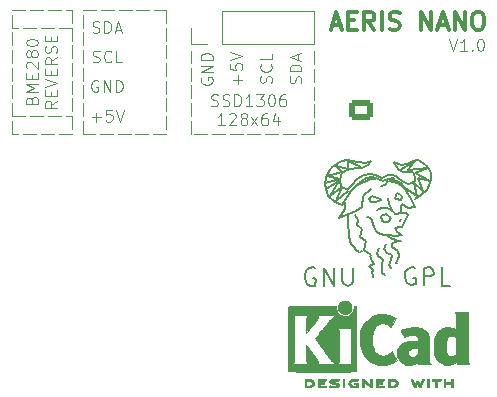
<source format=gto>
%TF.GenerationSoftware,KiCad,Pcbnew,9.0.2*%
%TF.CreationDate,2025-08-29T11:08:53+00:00*%
%TF.ProjectId,AERIS-Nano Breakout Board,41455249-532d-44e6-916e-6f2042726561,rev?*%
%TF.SameCoordinates,Original*%
%TF.FileFunction,Legend,Top*%
%TF.FilePolarity,Positive*%
%FSLAX46Y46*%
G04 Gerber Fmt 4.6, Leading zero omitted, Abs format (unit mm)*
G04 Created by KiCad (PCBNEW 9.0.2) date 2025-08-29 11:08:53*
%MOMM*%
%LPD*%
G01*
G04 APERTURE LIST*
G04 Aperture macros list*
%AMRoundRect*
0 Rectangle with rounded corners*
0 $1 Rounding radius*
0 $2 $3 $4 $5 $6 $7 $8 $9 X,Y pos of 4 corners*
0 Add a 4 corners polygon primitive as box body*
4,1,4,$2,$3,$4,$5,$6,$7,$8,$9,$2,$3,0*
0 Add four circle primitives for the rounded corners*
1,1,$1+$1,$2,$3*
1,1,$1+$1,$4,$5*
1,1,$1+$1,$6,$7*
1,1,$1+$1,$8,$9*
0 Add four rect primitives between the rounded corners*
20,1,$1+$1,$2,$3,$4,$5,0*
20,1,$1+$1,$4,$5,$6,$7,0*
20,1,$1+$1,$6,$7,$8,$9,0*
20,1,$1+$1,$8,$9,$2,$3,0*%
G04 Aperture macros list end*
%ADD10C,0.100000*%
%ADD11C,0.300000*%
%ADD12C,0.120000*%
%ADD13C,0.010000*%
%ADD14C,0.150000*%
%ADD15R,1.700000X1.700000*%
%ADD16C,1.700000*%
%ADD17C,1.600000*%
%ADD18RoundRect,0.250000X0.750000X-0.600000X0.750000X0.600000X-0.750000X0.600000X-0.750000X-0.600000X0*%
%ADD19O,2.000000X1.700000*%
%ADD20R,1.500000X1.050000*%
%ADD21O,1.500000X1.050000*%
G04 APERTURE END LIST*
D10*
X148000000Y-100500000D02*
X149100000Y-100500000D01*
X149500000Y-100500000D02*
X150600000Y-100500000D01*
X151000000Y-100500000D02*
X152100000Y-100500000D01*
X152500000Y-100500000D02*
X153000000Y-100500000D01*
X173500000Y-95000000D02*
X173500000Y-96100000D01*
X173500000Y-96500000D02*
X173500000Y-97600000D01*
X173500000Y-98000000D02*
X173500000Y-99100000D01*
X173500000Y-99500000D02*
X173500000Y-100600000D01*
X173500000Y-101000000D02*
X173500000Y-102000000D01*
X148000000Y-91500000D02*
X149100000Y-91500000D01*
X149500000Y-91500000D02*
X150600000Y-91500000D01*
X151000000Y-91500000D02*
X152100000Y-91500000D01*
X152500000Y-91500000D02*
X153000000Y-91500000D01*
X153000000Y-91500000D02*
X153000000Y-92600000D01*
X153000000Y-93000000D02*
X153000000Y-94100000D01*
X153000000Y-94500000D02*
X153000000Y-95600000D01*
X153000000Y-96000000D02*
X153000000Y-97100000D01*
X153000000Y-97500000D02*
X153000000Y-98600000D01*
X153000000Y-99000000D02*
X153000000Y-100100000D01*
X153000000Y-100500000D02*
X153000000Y-101600000D01*
X153000000Y-102000000D02*
X153000000Y-102000000D01*
X153000000Y-102000000D02*
X151900000Y-102000000D01*
X151500000Y-102000000D02*
X150400000Y-102000000D01*
X150000000Y-102000000D02*
X148900000Y-102000000D01*
X148500000Y-102000000D02*
X148000000Y-102000000D01*
X148000000Y-102000000D02*
X148000000Y-100900000D01*
X148000000Y-100500000D02*
X148000000Y-99400000D01*
X148000000Y-99000000D02*
X148000000Y-97900000D01*
X148000000Y-97500000D02*
X148000000Y-96400000D01*
X148000000Y-96000000D02*
X148000000Y-94900000D01*
X148000000Y-94500000D02*
X148000000Y-93400000D01*
X148000000Y-93000000D02*
X148000000Y-91900000D01*
X148000000Y-91500000D02*
X148000000Y-91500000D01*
X153000000Y-93000000D02*
X151900000Y-93000000D01*
X151500000Y-93000000D02*
X150400000Y-93000000D01*
X150000000Y-93000000D02*
X148900000Y-93000000D01*
X148500000Y-93000000D02*
X148000000Y-93000000D01*
X173500000Y-102000000D02*
X172400000Y-102000000D01*
X172000000Y-102000000D02*
X170900000Y-102000000D01*
X170500000Y-102000000D02*
X169400000Y-102000000D01*
X169000000Y-102000000D02*
X167900000Y-102000000D01*
X167500000Y-102000000D02*
X166400000Y-102000000D01*
X166000000Y-102000000D02*
X164900000Y-102000000D01*
X164500000Y-102000000D02*
X163400000Y-102000000D01*
X163120000Y-102000000D02*
X163120000Y-100900000D01*
X163120000Y-100500000D02*
X163120000Y-99400000D01*
X163120000Y-99000000D02*
X163120000Y-97900000D01*
X163120000Y-97500000D02*
X163120000Y-96400000D01*
X163120000Y-96000000D02*
X163120000Y-95000000D01*
X154000000Y-91500000D02*
X155100000Y-91500000D01*
X155500000Y-91500000D02*
X156600000Y-91500000D01*
X157000000Y-91500000D02*
X158100000Y-91500000D01*
X158500000Y-91500000D02*
X159600000Y-91500000D01*
X160000000Y-91500000D02*
X161000000Y-91500000D01*
X161000000Y-91500000D02*
X161000000Y-92600000D01*
X161000000Y-93000000D02*
X161000000Y-94100000D01*
X161000000Y-94500000D02*
X161000000Y-95600000D01*
X161000000Y-96000000D02*
X161000000Y-97100000D01*
X161000000Y-97500000D02*
X161000000Y-98600000D01*
X161000000Y-99000000D02*
X161000000Y-100100000D01*
X161000000Y-100500000D02*
X161000000Y-101600000D01*
X161000000Y-102000000D02*
X161000000Y-102000000D01*
X161000000Y-102000000D02*
X159900000Y-102000000D01*
X159500000Y-102000000D02*
X158400000Y-102000000D01*
X158000000Y-102000000D02*
X156900000Y-102000000D01*
X156500000Y-102000000D02*
X155400000Y-102000000D01*
X155000000Y-102000000D02*
X154000000Y-102000000D01*
X154000000Y-102000000D02*
X154000000Y-100900000D01*
X154000000Y-100500000D02*
X154000000Y-99400000D01*
X154000000Y-99000000D02*
X154000000Y-97900000D01*
X154000000Y-97500000D02*
X154000000Y-96400000D01*
X154000000Y-96000000D02*
X154000000Y-94900000D01*
X154000000Y-94500000D02*
X154000000Y-93400000D01*
X154000000Y-93000000D02*
X154000000Y-91900000D01*
X154000000Y-91500000D02*
X154000000Y-91500000D01*
X172409800Y-97714285D02*
X172457419Y-97571428D01*
X172457419Y-97571428D02*
X172457419Y-97333333D01*
X172457419Y-97333333D02*
X172409800Y-97238095D01*
X172409800Y-97238095D02*
X172362180Y-97190476D01*
X172362180Y-97190476D02*
X172266942Y-97142857D01*
X172266942Y-97142857D02*
X172171704Y-97142857D01*
X172171704Y-97142857D02*
X172076466Y-97190476D01*
X172076466Y-97190476D02*
X172028847Y-97238095D01*
X172028847Y-97238095D02*
X171981228Y-97333333D01*
X171981228Y-97333333D02*
X171933609Y-97523809D01*
X171933609Y-97523809D02*
X171885990Y-97619047D01*
X171885990Y-97619047D02*
X171838371Y-97666666D01*
X171838371Y-97666666D02*
X171743133Y-97714285D01*
X171743133Y-97714285D02*
X171647895Y-97714285D01*
X171647895Y-97714285D02*
X171552657Y-97666666D01*
X171552657Y-97666666D02*
X171505038Y-97619047D01*
X171505038Y-97619047D02*
X171457419Y-97523809D01*
X171457419Y-97523809D02*
X171457419Y-97285714D01*
X171457419Y-97285714D02*
X171505038Y-97142857D01*
X172457419Y-96714285D02*
X171457419Y-96714285D01*
X171457419Y-96714285D02*
X171457419Y-96476190D01*
X171457419Y-96476190D02*
X171505038Y-96333333D01*
X171505038Y-96333333D02*
X171600276Y-96238095D01*
X171600276Y-96238095D02*
X171695514Y-96190476D01*
X171695514Y-96190476D02*
X171885990Y-96142857D01*
X171885990Y-96142857D02*
X172028847Y-96142857D01*
X172028847Y-96142857D02*
X172219323Y-96190476D01*
X172219323Y-96190476D02*
X172314561Y-96238095D01*
X172314561Y-96238095D02*
X172409800Y-96333333D01*
X172409800Y-96333333D02*
X172457419Y-96476190D01*
X172457419Y-96476190D02*
X172457419Y-96714285D01*
X172171704Y-95761904D02*
X172171704Y-95285714D01*
X172457419Y-95857142D02*
X171457419Y-95523809D01*
X171457419Y-95523809D02*
X172457419Y-95190476D01*
X169909800Y-97690475D02*
X169957419Y-97547618D01*
X169957419Y-97547618D02*
X169957419Y-97309523D01*
X169957419Y-97309523D02*
X169909800Y-97214285D01*
X169909800Y-97214285D02*
X169862180Y-97166666D01*
X169862180Y-97166666D02*
X169766942Y-97119047D01*
X169766942Y-97119047D02*
X169671704Y-97119047D01*
X169671704Y-97119047D02*
X169576466Y-97166666D01*
X169576466Y-97166666D02*
X169528847Y-97214285D01*
X169528847Y-97214285D02*
X169481228Y-97309523D01*
X169481228Y-97309523D02*
X169433609Y-97499999D01*
X169433609Y-97499999D02*
X169385990Y-97595237D01*
X169385990Y-97595237D02*
X169338371Y-97642856D01*
X169338371Y-97642856D02*
X169243133Y-97690475D01*
X169243133Y-97690475D02*
X169147895Y-97690475D01*
X169147895Y-97690475D02*
X169052657Y-97642856D01*
X169052657Y-97642856D02*
X169005038Y-97595237D01*
X169005038Y-97595237D02*
X168957419Y-97499999D01*
X168957419Y-97499999D02*
X168957419Y-97261904D01*
X168957419Y-97261904D02*
X169005038Y-97119047D01*
X169862180Y-96119047D02*
X169909800Y-96166666D01*
X169909800Y-96166666D02*
X169957419Y-96309523D01*
X169957419Y-96309523D02*
X169957419Y-96404761D01*
X169957419Y-96404761D02*
X169909800Y-96547618D01*
X169909800Y-96547618D02*
X169814561Y-96642856D01*
X169814561Y-96642856D02*
X169719323Y-96690475D01*
X169719323Y-96690475D02*
X169528847Y-96738094D01*
X169528847Y-96738094D02*
X169385990Y-96738094D01*
X169385990Y-96738094D02*
X169195514Y-96690475D01*
X169195514Y-96690475D02*
X169100276Y-96642856D01*
X169100276Y-96642856D02*
X169005038Y-96547618D01*
X169005038Y-96547618D02*
X168957419Y-96404761D01*
X168957419Y-96404761D02*
X168957419Y-96309523D01*
X168957419Y-96309523D02*
X169005038Y-96166666D01*
X169005038Y-96166666D02*
X169052657Y-96119047D01*
X169957419Y-95214285D02*
X169957419Y-95690475D01*
X169957419Y-95690475D02*
X168957419Y-95690475D01*
X149628637Y-99130952D02*
X149676256Y-98988095D01*
X149676256Y-98988095D02*
X149723875Y-98940476D01*
X149723875Y-98940476D02*
X149819113Y-98892857D01*
X149819113Y-98892857D02*
X149961970Y-98892857D01*
X149961970Y-98892857D02*
X150057208Y-98940476D01*
X150057208Y-98940476D02*
X150104828Y-98988095D01*
X150104828Y-98988095D02*
X150152447Y-99083333D01*
X150152447Y-99083333D02*
X150152447Y-99464285D01*
X150152447Y-99464285D02*
X149152447Y-99464285D01*
X149152447Y-99464285D02*
X149152447Y-99130952D01*
X149152447Y-99130952D02*
X149200066Y-99035714D01*
X149200066Y-99035714D02*
X149247685Y-98988095D01*
X149247685Y-98988095D02*
X149342923Y-98940476D01*
X149342923Y-98940476D02*
X149438161Y-98940476D01*
X149438161Y-98940476D02*
X149533399Y-98988095D01*
X149533399Y-98988095D02*
X149581018Y-99035714D01*
X149581018Y-99035714D02*
X149628637Y-99130952D01*
X149628637Y-99130952D02*
X149628637Y-99464285D01*
X150152447Y-98464285D02*
X149152447Y-98464285D01*
X149152447Y-98464285D02*
X149866732Y-98130952D01*
X149866732Y-98130952D02*
X149152447Y-97797619D01*
X149152447Y-97797619D02*
X150152447Y-97797619D01*
X149628637Y-97321428D02*
X149628637Y-96988095D01*
X150152447Y-96845238D02*
X150152447Y-97321428D01*
X150152447Y-97321428D02*
X149152447Y-97321428D01*
X149152447Y-97321428D02*
X149152447Y-96845238D01*
X149247685Y-96464285D02*
X149200066Y-96416666D01*
X149200066Y-96416666D02*
X149152447Y-96321428D01*
X149152447Y-96321428D02*
X149152447Y-96083333D01*
X149152447Y-96083333D02*
X149200066Y-95988095D01*
X149200066Y-95988095D02*
X149247685Y-95940476D01*
X149247685Y-95940476D02*
X149342923Y-95892857D01*
X149342923Y-95892857D02*
X149438161Y-95892857D01*
X149438161Y-95892857D02*
X149581018Y-95940476D01*
X149581018Y-95940476D02*
X150152447Y-96511904D01*
X150152447Y-96511904D02*
X150152447Y-95892857D01*
X149581018Y-95321428D02*
X149533399Y-95416666D01*
X149533399Y-95416666D02*
X149485780Y-95464285D01*
X149485780Y-95464285D02*
X149390542Y-95511904D01*
X149390542Y-95511904D02*
X149342923Y-95511904D01*
X149342923Y-95511904D02*
X149247685Y-95464285D01*
X149247685Y-95464285D02*
X149200066Y-95416666D01*
X149200066Y-95416666D02*
X149152447Y-95321428D01*
X149152447Y-95321428D02*
X149152447Y-95130952D01*
X149152447Y-95130952D02*
X149200066Y-95035714D01*
X149200066Y-95035714D02*
X149247685Y-94988095D01*
X149247685Y-94988095D02*
X149342923Y-94940476D01*
X149342923Y-94940476D02*
X149390542Y-94940476D01*
X149390542Y-94940476D02*
X149485780Y-94988095D01*
X149485780Y-94988095D02*
X149533399Y-95035714D01*
X149533399Y-95035714D02*
X149581018Y-95130952D01*
X149581018Y-95130952D02*
X149581018Y-95321428D01*
X149581018Y-95321428D02*
X149628637Y-95416666D01*
X149628637Y-95416666D02*
X149676256Y-95464285D01*
X149676256Y-95464285D02*
X149771494Y-95511904D01*
X149771494Y-95511904D02*
X149961970Y-95511904D01*
X149961970Y-95511904D02*
X150057208Y-95464285D01*
X150057208Y-95464285D02*
X150104828Y-95416666D01*
X150104828Y-95416666D02*
X150152447Y-95321428D01*
X150152447Y-95321428D02*
X150152447Y-95130952D01*
X150152447Y-95130952D02*
X150104828Y-95035714D01*
X150104828Y-95035714D02*
X150057208Y-94988095D01*
X150057208Y-94988095D02*
X149961970Y-94940476D01*
X149961970Y-94940476D02*
X149771494Y-94940476D01*
X149771494Y-94940476D02*
X149676256Y-94988095D01*
X149676256Y-94988095D02*
X149628637Y-95035714D01*
X149628637Y-95035714D02*
X149581018Y-95130952D01*
X149152447Y-94321428D02*
X149152447Y-94226190D01*
X149152447Y-94226190D02*
X149200066Y-94130952D01*
X149200066Y-94130952D02*
X149247685Y-94083333D01*
X149247685Y-94083333D02*
X149342923Y-94035714D01*
X149342923Y-94035714D02*
X149533399Y-93988095D01*
X149533399Y-93988095D02*
X149771494Y-93988095D01*
X149771494Y-93988095D02*
X149961970Y-94035714D01*
X149961970Y-94035714D02*
X150057208Y-94083333D01*
X150057208Y-94083333D02*
X150104828Y-94130952D01*
X150104828Y-94130952D02*
X150152447Y-94226190D01*
X150152447Y-94226190D02*
X150152447Y-94321428D01*
X150152447Y-94321428D02*
X150104828Y-94416666D01*
X150104828Y-94416666D02*
X150057208Y-94464285D01*
X150057208Y-94464285D02*
X149961970Y-94511904D01*
X149961970Y-94511904D02*
X149771494Y-94559523D01*
X149771494Y-94559523D02*
X149533399Y-94559523D01*
X149533399Y-94559523D02*
X149342923Y-94511904D01*
X149342923Y-94511904D02*
X149247685Y-94464285D01*
X149247685Y-94464285D02*
X149200066Y-94416666D01*
X149200066Y-94416666D02*
X149152447Y-94321428D01*
X151762391Y-99202381D02*
X151286200Y-99535714D01*
X151762391Y-99773809D02*
X150762391Y-99773809D01*
X150762391Y-99773809D02*
X150762391Y-99392857D01*
X150762391Y-99392857D02*
X150810010Y-99297619D01*
X150810010Y-99297619D02*
X150857629Y-99250000D01*
X150857629Y-99250000D02*
X150952867Y-99202381D01*
X150952867Y-99202381D02*
X151095724Y-99202381D01*
X151095724Y-99202381D02*
X151190962Y-99250000D01*
X151190962Y-99250000D02*
X151238581Y-99297619D01*
X151238581Y-99297619D02*
X151286200Y-99392857D01*
X151286200Y-99392857D02*
X151286200Y-99773809D01*
X151238581Y-98773809D02*
X151238581Y-98440476D01*
X151762391Y-98297619D02*
X151762391Y-98773809D01*
X151762391Y-98773809D02*
X150762391Y-98773809D01*
X150762391Y-98773809D02*
X150762391Y-98297619D01*
X150762391Y-98011904D02*
X151762391Y-97678571D01*
X151762391Y-97678571D02*
X150762391Y-97345238D01*
X151238581Y-97011904D02*
X151238581Y-96678571D01*
X151762391Y-96535714D02*
X151762391Y-97011904D01*
X151762391Y-97011904D02*
X150762391Y-97011904D01*
X150762391Y-97011904D02*
X150762391Y-96535714D01*
X151762391Y-95535714D02*
X151286200Y-95869047D01*
X151762391Y-96107142D02*
X150762391Y-96107142D01*
X150762391Y-96107142D02*
X150762391Y-95726190D01*
X150762391Y-95726190D02*
X150810010Y-95630952D01*
X150810010Y-95630952D02*
X150857629Y-95583333D01*
X150857629Y-95583333D02*
X150952867Y-95535714D01*
X150952867Y-95535714D02*
X151095724Y-95535714D01*
X151095724Y-95535714D02*
X151190962Y-95583333D01*
X151190962Y-95583333D02*
X151238581Y-95630952D01*
X151238581Y-95630952D02*
X151286200Y-95726190D01*
X151286200Y-95726190D02*
X151286200Y-96107142D01*
X151714772Y-95154761D02*
X151762391Y-95011904D01*
X151762391Y-95011904D02*
X151762391Y-94773809D01*
X151762391Y-94773809D02*
X151714772Y-94678571D01*
X151714772Y-94678571D02*
X151667152Y-94630952D01*
X151667152Y-94630952D02*
X151571914Y-94583333D01*
X151571914Y-94583333D02*
X151476676Y-94583333D01*
X151476676Y-94583333D02*
X151381438Y-94630952D01*
X151381438Y-94630952D02*
X151333819Y-94678571D01*
X151333819Y-94678571D02*
X151286200Y-94773809D01*
X151286200Y-94773809D02*
X151238581Y-94964285D01*
X151238581Y-94964285D02*
X151190962Y-95059523D01*
X151190962Y-95059523D02*
X151143343Y-95107142D01*
X151143343Y-95107142D02*
X151048105Y-95154761D01*
X151048105Y-95154761D02*
X150952867Y-95154761D01*
X150952867Y-95154761D02*
X150857629Y-95107142D01*
X150857629Y-95107142D02*
X150810010Y-95059523D01*
X150810010Y-95059523D02*
X150762391Y-94964285D01*
X150762391Y-94964285D02*
X150762391Y-94726190D01*
X150762391Y-94726190D02*
X150810010Y-94583333D01*
X151238581Y-94154761D02*
X151238581Y-93821428D01*
X151762391Y-93678571D02*
X151762391Y-94154761D01*
X151762391Y-94154761D02*
X150762391Y-94154761D01*
X150762391Y-94154761D02*
X150762391Y-93678571D01*
X167076466Y-97785713D02*
X167076466Y-97023809D01*
X167457419Y-97404761D02*
X166695514Y-97404761D01*
X166457419Y-96071428D02*
X166457419Y-96547618D01*
X166457419Y-96547618D02*
X166933609Y-96595237D01*
X166933609Y-96595237D02*
X166885990Y-96547618D01*
X166885990Y-96547618D02*
X166838371Y-96452380D01*
X166838371Y-96452380D02*
X166838371Y-96214285D01*
X166838371Y-96214285D02*
X166885990Y-96119047D01*
X166885990Y-96119047D02*
X166933609Y-96071428D01*
X166933609Y-96071428D02*
X167028847Y-96023809D01*
X167028847Y-96023809D02*
X167266942Y-96023809D01*
X167266942Y-96023809D02*
X167362180Y-96071428D01*
X167362180Y-96071428D02*
X167409800Y-96119047D01*
X167409800Y-96119047D02*
X167457419Y-96214285D01*
X167457419Y-96214285D02*
X167457419Y-96452380D01*
X167457419Y-96452380D02*
X167409800Y-96547618D01*
X167409800Y-96547618D02*
X167362180Y-96595237D01*
X166457419Y-95738094D02*
X167457419Y-95404761D01*
X167457419Y-95404761D02*
X166457419Y-95071428D01*
D11*
X175071428Y-92749757D02*
X175785714Y-92749757D01*
X174928571Y-93178328D02*
X175428571Y-91678328D01*
X175428571Y-91678328D02*
X175928571Y-93178328D01*
X176428570Y-92392614D02*
X176928570Y-92392614D01*
X177142856Y-93178328D02*
X176428570Y-93178328D01*
X176428570Y-93178328D02*
X176428570Y-91678328D01*
X176428570Y-91678328D02*
X177142856Y-91678328D01*
X178642856Y-93178328D02*
X178142856Y-92464042D01*
X177785713Y-93178328D02*
X177785713Y-91678328D01*
X177785713Y-91678328D02*
X178357142Y-91678328D01*
X178357142Y-91678328D02*
X178499999Y-91749757D01*
X178499999Y-91749757D02*
X178571428Y-91821185D01*
X178571428Y-91821185D02*
X178642856Y-91964042D01*
X178642856Y-91964042D02*
X178642856Y-92178328D01*
X178642856Y-92178328D02*
X178571428Y-92321185D01*
X178571428Y-92321185D02*
X178499999Y-92392614D01*
X178499999Y-92392614D02*
X178357142Y-92464042D01*
X178357142Y-92464042D02*
X177785713Y-92464042D01*
X179285713Y-93178328D02*
X179285713Y-91678328D01*
X179928571Y-93106900D02*
X180142857Y-93178328D01*
X180142857Y-93178328D02*
X180499999Y-93178328D01*
X180499999Y-93178328D02*
X180642857Y-93106900D01*
X180642857Y-93106900D02*
X180714285Y-93035471D01*
X180714285Y-93035471D02*
X180785714Y-92892614D01*
X180785714Y-92892614D02*
X180785714Y-92749757D01*
X180785714Y-92749757D02*
X180714285Y-92606900D01*
X180714285Y-92606900D02*
X180642857Y-92535471D01*
X180642857Y-92535471D02*
X180499999Y-92464042D01*
X180499999Y-92464042D02*
X180214285Y-92392614D01*
X180214285Y-92392614D02*
X180071428Y-92321185D01*
X180071428Y-92321185D02*
X179999999Y-92249757D01*
X179999999Y-92249757D02*
X179928571Y-92106900D01*
X179928571Y-92106900D02*
X179928571Y-91964042D01*
X179928571Y-91964042D02*
X179999999Y-91821185D01*
X179999999Y-91821185D02*
X180071428Y-91749757D01*
X180071428Y-91749757D02*
X180214285Y-91678328D01*
X180214285Y-91678328D02*
X180571428Y-91678328D01*
X180571428Y-91678328D02*
X180785714Y-91749757D01*
X182571427Y-93178328D02*
X182571427Y-91678328D01*
X182571427Y-91678328D02*
X183428570Y-93178328D01*
X183428570Y-93178328D02*
X183428570Y-91678328D01*
X184071428Y-92749757D02*
X184785714Y-92749757D01*
X183928571Y-93178328D02*
X184428571Y-91678328D01*
X184428571Y-91678328D02*
X184928571Y-93178328D01*
X185428570Y-93178328D02*
X185428570Y-91678328D01*
X185428570Y-91678328D02*
X186285713Y-93178328D01*
X186285713Y-93178328D02*
X186285713Y-91678328D01*
X187285714Y-91678328D02*
X187571428Y-91678328D01*
X187571428Y-91678328D02*
X187714285Y-91749757D01*
X187714285Y-91749757D02*
X187857142Y-91892614D01*
X187857142Y-91892614D02*
X187928571Y-92178328D01*
X187928571Y-92178328D02*
X187928571Y-92678328D01*
X187928571Y-92678328D02*
X187857142Y-92964042D01*
X187857142Y-92964042D02*
X187714285Y-93106900D01*
X187714285Y-93106900D02*
X187571428Y-93178328D01*
X187571428Y-93178328D02*
X187285714Y-93178328D01*
X187285714Y-93178328D02*
X187142857Y-93106900D01*
X187142857Y-93106900D02*
X186999999Y-92964042D01*
X186999999Y-92964042D02*
X186928571Y-92678328D01*
X186928571Y-92678328D02*
X186928571Y-92178328D01*
X186928571Y-92178328D02*
X186999999Y-91892614D01*
X186999999Y-91892614D02*
X187142857Y-91749757D01*
X187142857Y-91749757D02*
X187285714Y-91678328D01*
D10*
X154785714Y-93409800D02*
X154928571Y-93457419D01*
X154928571Y-93457419D02*
X155166666Y-93457419D01*
X155166666Y-93457419D02*
X155261904Y-93409800D01*
X155261904Y-93409800D02*
X155309523Y-93362180D01*
X155309523Y-93362180D02*
X155357142Y-93266942D01*
X155357142Y-93266942D02*
X155357142Y-93171704D01*
X155357142Y-93171704D02*
X155309523Y-93076466D01*
X155309523Y-93076466D02*
X155261904Y-93028847D01*
X155261904Y-93028847D02*
X155166666Y-92981228D01*
X155166666Y-92981228D02*
X154976190Y-92933609D01*
X154976190Y-92933609D02*
X154880952Y-92885990D01*
X154880952Y-92885990D02*
X154833333Y-92838371D01*
X154833333Y-92838371D02*
X154785714Y-92743133D01*
X154785714Y-92743133D02*
X154785714Y-92647895D01*
X154785714Y-92647895D02*
X154833333Y-92552657D01*
X154833333Y-92552657D02*
X154880952Y-92505038D01*
X154880952Y-92505038D02*
X154976190Y-92457419D01*
X154976190Y-92457419D02*
X155214285Y-92457419D01*
X155214285Y-92457419D02*
X155357142Y-92505038D01*
X155785714Y-93457419D02*
X155785714Y-92457419D01*
X155785714Y-92457419D02*
X156023809Y-92457419D01*
X156023809Y-92457419D02*
X156166666Y-92505038D01*
X156166666Y-92505038D02*
X156261904Y-92600276D01*
X156261904Y-92600276D02*
X156309523Y-92695514D01*
X156309523Y-92695514D02*
X156357142Y-92885990D01*
X156357142Y-92885990D02*
X156357142Y-93028847D01*
X156357142Y-93028847D02*
X156309523Y-93219323D01*
X156309523Y-93219323D02*
X156261904Y-93314561D01*
X156261904Y-93314561D02*
X156166666Y-93409800D01*
X156166666Y-93409800D02*
X156023809Y-93457419D01*
X156023809Y-93457419D02*
X155785714Y-93457419D01*
X156738095Y-93171704D02*
X157214285Y-93171704D01*
X156642857Y-93457419D02*
X156976190Y-92457419D01*
X156976190Y-92457419D02*
X157309523Y-93457419D01*
X154714286Y-100576466D02*
X155476191Y-100576466D01*
X155095238Y-100957419D02*
X155095238Y-100195514D01*
X156428571Y-99957419D02*
X155952381Y-99957419D01*
X155952381Y-99957419D02*
X155904762Y-100433609D01*
X155904762Y-100433609D02*
X155952381Y-100385990D01*
X155952381Y-100385990D02*
X156047619Y-100338371D01*
X156047619Y-100338371D02*
X156285714Y-100338371D01*
X156285714Y-100338371D02*
X156380952Y-100385990D01*
X156380952Y-100385990D02*
X156428571Y-100433609D01*
X156428571Y-100433609D02*
X156476190Y-100528847D01*
X156476190Y-100528847D02*
X156476190Y-100766942D01*
X156476190Y-100766942D02*
X156428571Y-100862180D01*
X156428571Y-100862180D02*
X156380952Y-100909800D01*
X156380952Y-100909800D02*
X156285714Y-100957419D01*
X156285714Y-100957419D02*
X156047619Y-100957419D01*
X156047619Y-100957419D02*
X155952381Y-100909800D01*
X155952381Y-100909800D02*
X155904762Y-100862180D01*
X156761905Y-99957419D02*
X157095238Y-100957419D01*
X157095238Y-100957419D02*
X157428571Y-99957419D01*
X155238095Y-97505038D02*
X155142857Y-97457419D01*
X155142857Y-97457419D02*
X155000000Y-97457419D01*
X155000000Y-97457419D02*
X154857143Y-97505038D01*
X154857143Y-97505038D02*
X154761905Y-97600276D01*
X154761905Y-97600276D02*
X154714286Y-97695514D01*
X154714286Y-97695514D02*
X154666667Y-97885990D01*
X154666667Y-97885990D02*
X154666667Y-98028847D01*
X154666667Y-98028847D02*
X154714286Y-98219323D01*
X154714286Y-98219323D02*
X154761905Y-98314561D01*
X154761905Y-98314561D02*
X154857143Y-98409800D01*
X154857143Y-98409800D02*
X155000000Y-98457419D01*
X155000000Y-98457419D02*
X155095238Y-98457419D01*
X155095238Y-98457419D02*
X155238095Y-98409800D01*
X155238095Y-98409800D02*
X155285714Y-98362180D01*
X155285714Y-98362180D02*
X155285714Y-98028847D01*
X155285714Y-98028847D02*
X155095238Y-98028847D01*
X155714286Y-98457419D02*
X155714286Y-97457419D01*
X155714286Y-97457419D02*
X156285714Y-98457419D01*
X156285714Y-98457419D02*
X156285714Y-97457419D01*
X156761905Y-98457419D02*
X156761905Y-97457419D01*
X156761905Y-97457419D02*
X157000000Y-97457419D01*
X157000000Y-97457419D02*
X157142857Y-97505038D01*
X157142857Y-97505038D02*
X157238095Y-97600276D01*
X157238095Y-97600276D02*
X157285714Y-97695514D01*
X157285714Y-97695514D02*
X157333333Y-97885990D01*
X157333333Y-97885990D02*
X157333333Y-98028847D01*
X157333333Y-98028847D02*
X157285714Y-98219323D01*
X157285714Y-98219323D02*
X157238095Y-98314561D01*
X157238095Y-98314561D02*
X157142857Y-98409800D01*
X157142857Y-98409800D02*
X157000000Y-98457419D01*
X157000000Y-98457419D02*
X156761905Y-98457419D01*
X164005038Y-97261904D02*
X163957419Y-97357142D01*
X163957419Y-97357142D02*
X163957419Y-97499999D01*
X163957419Y-97499999D02*
X164005038Y-97642856D01*
X164005038Y-97642856D02*
X164100276Y-97738094D01*
X164100276Y-97738094D02*
X164195514Y-97785713D01*
X164195514Y-97785713D02*
X164385990Y-97833332D01*
X164385990Y-97833332D02*
X164528847Y-97833332D01*
X164528847Y-97833332D02*
X164719323Y-97785713D01*
X164719323Y-97785713D02*
X164814561Y-97738094D01*
X164814561Y-97738094D02*
X164909800Y-97642856D01*
X164909800Y-97642856D02*
X164957419Y-97499999D01*
X164957419Y-97499999D02*
X164957419Y-97404761D01*
X164957419Y-97404761D02*
X164909800Y-97261904D01*
X164909800Y-97261904D02*
X164862180Y-97214285D01*
X164862180Y-97214285D02*
X164528847Y-97214285D01*
X164528847Y-97214285D02*
X164528847Y-97404761D01*
X164957419Y-96785713D02*
X163957419Y-96785713D01*
X163957419Y-96785713D02*
X164957419Y-96214285D01*
X164957419Y-96214285D02*
X163957419Y-96214285D01*
X164957419Y-95738094D02*
X163957419Y-95738094D01*
X163957419Y-95738094D02*
X163957419Y-95499999D01*
X163957419Y-95499999D02*
X164005038Y-95357142D01*
X164005038Y-95357142D02*
X164100276Y-95261904D01*
X164100276Y-95261904D02*
X164195514Y-95214285D01*
X164195514Y-95214285D02*
X164385990Y-95166666D01*
X164385990Y-95166666D02*
X164528847Y-95166666D01*
X164528847Y-95166666D02*
X164719323Y-95214285D01*
X164719323Y-95214285D02*
X164814561Y-95261904D01*
X164814561Y-95261904D02*
X164909800Y-95357142D01*
X164909800Y-95357142D02*
X164957419Y-95499999D01*
X164957419Y-95499999D02*
X164957419Y-95738094D01*
X184976191Y-93957419D02*
X185309524Y-94957419D01*
X185309524Y-94957419D02*
X185642857Y-93957419D01*
X186500000Y-94957419D02*
X185928572Y-94957419D01*
X186214286Y-94957419D02*
X186214286Y-93957419D01*
X186214286Y-93957419D02*
X186119048Y-94100276D01*
X186119048Y-94100276D02*
X186023810Y-94195514D01*
X186023810Y-94195514D02*
X185928572Y-94243133D01*
X186928572Y-94862180D02*
X186976191Y-94909800D01*
X186976191Y-94909800D02*
X186928572Y-94957419D01*
X186928572Y-94957419D02*
X186880953Y-94909800D01*
X186880953Y-94909800D02*
X186928572Y-94862180D01*
X186928572Y-94862180D02*
X186928572Y-94957419D01*
X187595238Y-93957419D02*
X187690476Y-93957419D01*
X187690476Y-93957419D02*
X187785714Y-94005038D01*
X187785714Y-94005038D02*
X187833333Y-94052657D01*
X187833333Y-94052657D02*
X187880952Y-94147895D01*
X187880952Y-94147895D02*
X187928571Y-94338371D01*
X187928571Y-94338371D02*
X187928571Y-94576466D01*
X187928571Y-94576466D02*
X187880952Y-94766942D01*
X187880952Y-94766942D02*
X187833333Y-94862180D01*
X187833333Y-94862180D02*
X187785714Y-94909800D01*
X187785714Y-94909800D02*
X187690476Y-94957419D01*
X187690476Y-94957419D02*
X187595238Y-94957419D01*
X187595238Y-94957419D02*
X187500000Y-94909800D01*
X187500000Y-94909800D02*
X187452381Y-94862180D01*
X187452381Y-94862180D02*
X187404762Y-94766942D01*
X187404762Y-94766942D02*
X187357143Y-94576466D01*
X187357143Y-94576466D02*
X187357143Y-94338371D01*
X187357143Y-94338371D02*
X187404762Y-94147895D01*
X187404762Y-94147895D02*
X187452381Y-94052657D01*
X187452381Y-94052657D02*
X187500000Y-94005038D01*
X187500000Y-94005038D02*
X187595238Y-93957419D01*
X164833333Y-99604828D02*
X164976190Y-99652447D01*
X164976190Y-99652447D02*
X165214285Y-99652447D01*
X165214285Y-99652447D02*
X165309523Y-99604828D01*
X165309523Y-99604828D02*
X165357142Y-99557208D01*
X165357142Y-99557208D02*
X165404761Y-99461970D01*
X165404761Y-99461970D02*
X165404761Y-99366732D01*
X165404761Y-99366732D02*
X165357142Y-99271494D01*
X165357142Y-99271494D02*
X165309523Y-99223875D01*
X165309523Y-99223875D02*
X165214285Y-99176256D01*
X165214285Y-99176256D02*
X165023809Y-99128637D01*
X165023809Y-99128637D02*
X164928571Y-99081018D01*
X164928571Y-99081018D02*
X164880952Y-99033399D01*
X164880952Y-99033399D02*
X164833333Y-98938161D01*
X164833333Y-98938161D02*
X164833333Y-98842923D01*
X164833333Y-98842923D02*
X164880952Y-98747685D01*
X164880952Y-98747685D02*
X164928571Y-98700066D01*
X164928571Y-98700066D02*
X165023809Y-98652447D01*
X165023809Y-98652447D02*
X165261904Y-98652447D01*
X165261904Y-98652447D02*
X165404761Y-98700066D01*
X165785714Y-99604828D02*
X165928571Y-99652447D01*
X165928571Y-99652447D02*
X166166666Y-99652447D01*
X166166666Y-99652447D02*
X166261904Y-99604828D01*
X166261904Y-99604828D02*
X166309523Y-99557208D01*
X166309523Y-99557208D02*
X166357142Y-99461970D01*
X166357142Y-99461970D02*
X166357142Y-99366732D01*
X166357142Y-99366732D02*
X166309523Y-99271494D01*
X166309523Y-99271494D02*
X166261904Y-99223875D01*
X166261904Y-99223875D02*
X166166666Y-99176256D01*
X166166666Y-99176256D02*
X165976190Y-99128637D01*
X165976190Y-99128637D02*
X165880952Y-99081018D01*
X165880952Y-99081018D02*
X165833333Y-99033399D01*
X165833333Y-99033399D02*
X165785714Y-98938161D01*
X165785714Y-98938161D02*
X165785714Y-98842923D01*
X165785714Y-98842923D02*
X165833333Y-98747685D01*
X165833333Y-98747685D02*
X165880952Y-98700066D01*
X165880952Y-98700066D02*
X165976190Y-98652447D01*
X165976190Y-98652447D02*
X166214285Y-98652447D01*
X166214285Y-98652447D02*
X166357142Y-98700066D01*
X166785714Y-99652447D02*
X166785714Y-98652447D01*
X166785714Y-98652447D02*
X167023809Y-98652447D01*
X167023809Y-98652447D02*
X167166666Y-98700066D01*
X167166666Y-98700066D02*
X167261904Y-98795304D01*
X167261904Y-98795304D02*
X167309523Y-98890542D01*
X167309523Y-98890542D02*
X167357142Y-99081018D01*
X167357142Y-99081018D02*
X167357142Y-99223875D01*
X167357142Y-99223875D02*
X167309523Y-99414351D01*
X167309523Y-99414351D02*
X167261904Y-99509589D01*
X167261904Y-99509589D02*
X167166666Y-99604828D01*
X167166666Y-99604828D02*
X167023809Y-99652447D01*
X167023809Y-99652447D02*
X166785714Y-99652447D01*
X168309523Y-99652447D02*
X167738095Y-99652447D01*
X168023809Y-99652447D02*
X168023809Y-98652447D01*
X168023809Y-98652447D02*
X167928571Y-98795304D01*
X167928571Y-98795304D02*
X167833333Y-98890542D01*
X167833333Y-98890542D02*
X167738095Y-98938161D01*
X168642857Y-98652447D02*
X169261904Y-98652447D01*
X169261904Y-98652447D02*
X168928571Y-99033399D01*
X168928571Y-99033399D02*
X169071428Y-99033399D01*
X169071428Y-99033399D02*
X169166666Y-99081018D01*
X169166666Y-99081018D02*
X169214285Y-99128637D01*
X169214285Y-99128637D02*
X169261904Y-99223875D01*
X169261904Y-99223875D02*
X169261904Y-99461970D01*
X169261904Y-99461970D02*
X169214285Y-99557208D01*
X169214285Y-99557208D02*
X169166666Y-99604828D01*
X169166666Y-99604828D02*
X169071428Y-99652447D01*
X169071428Y-99652447D02*
X168785714Y-99652447D01*
X168785714Y-99652447D02*
X168690476Y-99604828D01*
X168690476Y-99604828D02*
X168642857Y-99557208D01*
X169880952Y-98652447D02*
X169976190Y-98652447D01*
X169976190Y-98652447D02*
X170071428Y-98700066D01*
X170071428Y-98700066D02*
X170119047Y-98747685D01*
X170119047Y-98747685D02*
X170166666Y-98842923D01*
X170166666Y-98842923D02*
X170214285Y-99033399D01*
X170214285Y-99033399D02*
X170214285Y-99271494D01*
X170214285Y-99271494D02*
X170166666Y-99461970D01*
X170166666Y-99461970D02*
X170119047Y-99557208D01*
X170119047Y-99557208D02*
X170071428Y-99604828D01*
X170071428Y-99604828D02*
X169976190Y-99652447D01*
X169976190Y-99652447D02*
X169880952Y-99652447D01*
X169880952Y-99652447D02*
X169785714Y-99604828D01*
X169785714Y-99604828D02*
X169738095Y-99557208D01*
X169738095Y-99557208D02*
X169690476Y-99461970D01*
X169690476Y-99461970D02*
X169642857Y-99271494D01*
X169642857Y-99271494D02*
X169642857Y-99033399D01*
X169642857Y-99033399D02*
X169690476Y-98842923D01*
X169690476Y-98842923D02*
X169738095Y-98747685D01*
X169738095Y-98747685D02*
X169785714Y-98700066D01*
X169785714Y-98700066D02*
X169880952Y-98652447D01*
X171071428Y-98652447D02*
X170880952Y-98652447D01*
X170880952Y-98652447D02*
X170785714Y-98700066D01*
X170785714Y-98700066D02*
X170738095Y-98747685D01*
X170738095Y-98747685D02*
X170642857Y-98890542D01*
X170642857Y-98890542D02*
X170595238Y-99081018D01*
X170595238Y-99081018D02*
X170595238Y-99461970D01*
X170595238Y-99461970D02*
X170642857Y-99557208D01*
X170642857Y-99557208D02*
X170690476Y-99604828D01*
X170690476Y-99604828D02*
X170785714Y-99652447D01*
X170785714Y-99652447D02*
X170976190Y-99652447D01*
X170976190Y-99652447D02*
X171071428Y-99604828D01*
X171071428Y-99604828D02*
X171119047Y-99557208D01*
X171119047Y-99557208D02*
X171166666Y-99461970D01*
X171166666Y-99461970D02*
X171166666Y-99223875D01*
X171166666Y-99223875D02*
X171119047Y-99128637D01*
X171119047Y-99128637D02*
X171071428Y-99081018D01*
X171071428Y-99081018D02*
X170976190Y-99033399D01*
X170976190Y-99033399D02*
X170785714Y-99033399D01*
X170785714Y-99033399D02*
X170690476Y-99081018D01*
X170690476Y-99081018D02*
X170642857Y-99128637D01*
X170642857Y-99128637D02*
X170595238Y-99223875D01*
X165976190Y-101262391D02*
X165404762Y-101262391D01*
X165690476Y-101262391D02*
X165690476Y-100262391D01*
X165690476Y-100262391D02*
X165595238Y-100405248D01*
X165595238Y-100405248D02*
X165500000Y-100500486D01*
X165500000Y-100500486D02*
X165404762Y-100548105D01*
X166357143Y-100357629D02*
X166404762Y-100310010D01*
X166404762Y-100310010D02*
X166500000Y-100262391D01*
X166500000Y-100262391D02*
X166738095Y-100262391D01*
X166738095Y-100262391D02*
X166833333Y-100310010D01*
X166833333Y-100310010D02*
X166880952Y-100357629D01*
X166880952Y-100357629D02*
X166928571Y-100452867D01*
X166928571Y-100452867D02*
X166928571Y-100548105D01*
X166928571Y-100548105D02*
X166880952Y-100690962D01*
X166880952Y-100690962D02*
X166309524Y-101262391D01*
X166309524Y-101262391D02*
X166928571Y-101262391D01*
X167500000Y-100690962D02*
X167404762Y-100643343D01*
X167404762Y-100643343D02*
X167357143Y-100595724D01*
X167357143Y-100595724D02*
X167309524Y-100500486D01*
X167309524Y-100500486D02*
X167309524Y-100452867D01*
X167309524Y-100452867D02*
X167357143Y-100357629D01*
X167357143Y-100357629D02*
X167404762Y-100310010D01*
X167404762Y-100310010D02*
X167500000Y-100262391D01*
X167500000Y-100262391D02*
X167690476Y-100262391D01*
X167690476Y-100262391D02*
X167785714Y-100310010D01*
X167785714Y-100310010D02*
X167833333Y-100357629D01*
X167833333Y-100357629D02*
X167880952Y-100452867D01*
X167880952Y-100452867D02*
X167880952Y-100500486D01*
X167880952Y-100500486D02*
X167833333Y-100595724D01*
X167833333Y-100595724D02*
X167785714Y-100643343D01*
X167785714Y-100643343D02*
X167690476Y-100690962D01*
X167690476Y-100690962D02*
X167500000Y-100690962D01*
X167500000Y-100690962D02*
X167404762Y-100738581D01*
X167404762Y-100738581D02*
X167357143Y-100786200D01*
X167357143Y-100786200D02*
X167309524Y-100881438D01*
X167309524Y-100881438D02*
X167309524Y-101071914D01*
X167309524Y-101071914D02*
X167357143Y-101167152D01*
X167357143Y-101167152D02*
X167404762Y-101214772D01*
X167404762Y-101214772D02*
X167500000Y-101262391D01*
X167500000Y-101262391D02*
X167690476Y-101262391D01*
X167690476Y-101262391D02*
X167785714Y-101214772D01*
X167785714Y-101214772D02*
X167833333Y-101167152D01*
X167833333Y-101167152D02*
X167880952Y-101071914D01*
X167880952Y-101071914D02*
X167880952Y-100881438D01*
X167880952Y-100881438D02*
X167833333Y-100786200D01*
X167833333Y-100786200D02*
X167785714Y-100738581D01*
X167785714Y-100738581D02*
X167690476Y-100690962D01*
X168214286Y-101262391D02*
X168738095Y-100595724D01*
X168214286Y-100595724D02*
X168738095Y-101262391D01*
X169547619Y-100262391D02*
X169357143Y-100262391D01*
X169357143Y-100262391D02*
X169261905Y-100310010D01*
X169261905Y-100310010D02*
X169214286Y-100357629D01*
X169214286Y-100357629D02*
X169119048Y-100500486D01*
X169119048Y-100500486D02*
X169071429Y-100690962D01*
X169071429Y-100690962D02*
X169071429Y-101071914D01*
X169071429Y-101071914D02*
X169119048Y-101167152D01*
X169119048Y-101167152D02*
X169166667Y-101214772D01*
X169166667Y-101214772D02*
X169261905Y-101262391D01*
X169261905Y-101262391D02*
X169452381Y-101262391D01*
X169452381Y-101262391D02*
X169547619Y-101214772D01*
X169547619Y-101214772D02*
X169595238Y-101167152D01*
X169595238Y-101167152D02*
X169642857Y-101071914D01*
X169642857Y-101071914D02*
X169642857Y-100833819D01*
X169642857Y-100833819D02*
X169595238Y-100738581D01*
X169595238Y-100738581D02*
X169547619Y-100690962D01*
X169547619Y-100690962D02*
X169452381Y-100643343D01*
X169452381Y-100643343D02*
X169261905Y-100643343D01*
X169261905Y-100643343D02*
X169166667Y-100690962D01*
X169166667Y-100690962D02*
X169119048Y-100738581D01*
X169119048Y-100738581D02*
X169071429Y-100833819D01*
X170500000Y-100595724D02*
X170500000Y-101262391D01*
X170261905Y-100214772D02*
X170023810Y-100929057D01*
X170023810Y-100929057D02*
X170642857Y-100929057D01*
X154809524Y-95909800D02*
X154952381Y-95957419D01*
X154952381Y-95957419D02*
X155190476Y-95957419D01*
X155190476Y-95957419D02*
X155285714Y-95909800D01*
X155285714Y-95909800D02*
X155333333Y-95862180D01*
X155333333Y-95862180D02*
X155380952Y-95766942D01*
X155380952Y-95766942D02*
X155380952Y-95671704D01*
X155380952Y-95671704D02*
X155333333Y-95576466D01*
X155333333Y-95576466D02*
X155285714Y-95528847D01*
X155285714Y-95528847D02*
X155190476Y-95481228D01*
X155190476Y-95481228D02*
X155000000Y-95433609D01*
X155000000Y-95433609D02*
X154904762Y-95385990D01*
X154904762Y-95385990D02*
X154857143Y-95338371D01*
X154857143Y-95338371D02*
X154809524Y-95243133D01*
X154809524Y-95243133D02*
X154809524Y-95147895D01*
X154809524Y-95147895D02*
X154857143Y-95052657D01*
X154857143Y-95052657D02*
X154904762Y-95005038D01*
X154904762Y-95005038D02*
X155000000Y-94957419D01*
X155000000Y-94957419D02*
X155238095Y-94957419D01*
X155238095Y-94957419D02*
X155380952Y-95005038D01*
X156380952Y-95862180D02*
X156333333Y-95909800D01*
X156333333Y-95909800D02*
X156190476Y-95957419D01*
X156190476Y-95957419D02*
X156095238Y-95957419D01*
X156095238Y-95957419D02*
X155952381Y-95909800D01*
X155952381Y-95909800D02*
X155857143Y-95814561D01*
X155857143Y-95814561D02*
X155809524Y-95719323D01*
X155809524Y-95719323D02*
X155761905Y-95528847D01*
X155761905Y-95528847D02*
X155761905Y-95385990D01*
X155761905Y-95385990D02*
X155809524Y-95195514D01*
X155809524Y-95195514D02*
X155857143Y-95100276D01*
X155857143Y-95100276D02*
X155952381Y-95005038D01*
X155952381Y-95005038D02*
X156095238Y-94957419D01*
X156095238Y-94957419D02*
X156190476Y-94957419D01*
X156190476Y-94957419D02*
X156333333Y-95005038D01*
X156333333Y-95005038D02*
X156380952Y-95052657D01*
X157285714Y-95957419D02*
X156809524Y-95957419D01*
X156809524Y-95957419D02*
X156809524Y-94957419D01*
D12*
%TO.C,J1*%
X163120000Y-94380000D02*
X163120000Y-93000000D01*
X164500000Y-94380000D02*
X163120000Y-94380000D01*
X165770000Y-91620000D02*
X173500000Y-91620000D01*
X165770000Y-94380000D02*
X165770000Y-91620000D01*
X165770000Y-94380000D02*
X173500000Y-94380000D01*
X173500000Y-94380000D02*
X173500000Y-91620000D01*
D13*
%TO.C,REF\u002A\u002A*%
X183200322Y-122746917D02*
X183224035Y-122761687D01*
X183250686Y-122783267D01*
X183250686Y-123104813D01*
X183250601Y-123198870D01*
X183250237Y-123272972D01*
X183249432Y-123329744D01*
X183248021Y-123371808D01*
X183245841Y-123401788D01*
X183242729Y-123422307D01*
X183238522Y-123435989D01*
X183233056Y-123445456D01*
X183229180Y-123450122D01*
X183197742Y-123470615D01*
X183161941Y-123469779D01*
X183130581Y-123452304D01*
X183103930Y-123430724D01*
X183103930Y-122783267D01*
X183130581Y-122761687D01*
X183156302Y-122745989D01*
X183177308Y-122740107D01*
X183200322Y-122746917D01*
G36*
X183200322Y-122746917D02*
G01*
X183224035Y-122761687D01*
X183250686Y-122783267D01*
X183250686Y-123104813D01*
X183250601Y-123198870D01*
X183250237Y-123272972D01*
X183249432Y-123329744D01*
X183248021Y-123371808D01*
X183245841Y-123401788D01*
X183242729Y-123422307D01*
X183238522Y-123435989D01*
X183233056Y-123445456D01*
X183229180Y-123450122D01*
X183197742Y-123470615D01*
X183161941Y-123469779D01*
X183130581Y-123452304D01*
X183103930Y-123430724D01*
X183103930Y-122783267D01*
X183130581Y-122761687D01*
X183156302Y-122745989D01*
X183177308Y-122740107D01*
X183200322Y-122746917D01*
G37*
X176087886Y-122762685D02*
X176094466Y-122770258D01*
X176099629Y-122780027D01*
X176103544Y-122794611D01*
X176106384Y-122816625D01*
X176108321Y-122848688D01*
X176109525Y-122893415D01*
X176110169Y-122953425D01*
X176110424Y-123031334D01*
X176110463Y-123106996D01*
X176110394Y-123200842D01*
X176110070Y-123274729D01*
X176109322Y-123331272D01*
X176107976Y-123373089D01*
X176105862Y-123402797D01*
X176102808Y-123423013D01*
X176098642Y-123436354D01*
X176093192Y-123445438D01*
X176087886Y-123451307D01*
X176054882Y-123470987D01*
X176019717Y-123469221D01*
X175988253Y-123447757D01*
X175981024Y-123439377D01*
X175975374Y-123429654D01*
X175971109Y-123415901D01*
X175968035Y-123395429D01*
X175965956Y-123365552D01*
X175964678Y-123323581D01*
X175964007Y-123266829D01*
X175963749Y-123192607D01*
X175963708Y-123108577D01*
X175963708Y-122795525D01*
X175991417Y-122767816D01*
X176025571Y-122744503D01*
X176058702Y-122743663D01*
X176087886Y-122762685D01*
G36*
X176087886Y-122762685D02*
G01*
X176094466Y-122770258D01*
X176099629Y-122780027D01*
X176103544Y-122794611D01*
X176106384Y-122816625D01*
X176108321Y-122848688D01*
X176109525Y-122893415D01*
X176110169Y-122953425D01*
X176110424Y-123031334D01*
X176110463Y-123106996D01*
X176110394Y-123200842D01*
X176110070Y-123274729D01*
X176109322Y-123331272D01*
X176107976Y-123373089D01*
X176105862Y-123402797D01*
X176102808Y-123423013D01*
X176098642Y-123436354D01*
X176093192Y-123445438D01*
X176087886Y-123451307D01*
X176054882Y-123470987D01*
X176019717Y-123469221D01*
X175988253Y-123447757D01*
X175981024Y-123439377D01*
X175975374Y-123429654D01*
X175971109Y-123415901D01*
X175968035Y-123395429D01*
X175965956Y-123365552D01*
X175964678Y-123323581D01*
X175964007Y-123266829D01*
X175963749Y-123192607D01*
X175963708Y-123108577D01*
X175963708Y-122795525D01*
X175991417Y-122767816D01*
X176025571Y-122744503D01*
X176058702Y-122743663D01*
X176087886Y-122762685D01*
G37*
X176273921Y-116141338D02*
X176377027Y-116177086D01*
X176473022Y-116233355D01*
X176558753Y-116310136D01*
X176631070Y-116407421D01*
X176663555Y-116468740D01*
X176691668Y-116554508D01*
X176705295Y-116653525D01*
X176703786Y-116755319D01*
X176687031Y-116847562D01*
X176641237Y-116960280D01*
X176574832Y-117058055D01*
X176491191Y-117138963D01*
X176393688Y-117201080D01*
X176285700Y-117242482D01*
X176170601Y-117261245D01*
X176051766Y-117255446D01*
X175993189Y-117243054D01*
X175879028Y-117198645D01*
X175777635Y-117130881D01*
X175691455Y-117041849D01*
X175622934Y-116933639D01*
X175617136Y-116921821D01*
X175597096Y-116877476D01*
X175584513Y-116840128D01*
X175577681Y-116800728D01*
X175574895Y-116750229D01*
X175574432Y-116695281D01*
X175575197Y-116629263D01*
X175578648Y-116581537D01*
X175586523Y-116542951D01*
X175600557Y-116504354D01*
X175617880Y-116466274D01*
X175682495Y-116358176D01*
X175762066Y-116270651D01*
X175853440Y-116203689D01*
X175953464Y-116157284D01*
X176058988Y-116131429D01*
X176166858Y-116126116D01*
X176273921Y-116141338D01*
G36*
X176273921Y-116141338D02*
G01*
X176377027Y-116177086D01*
X176473022Y-116233355D01*
X176558753Y-116310136D01*
X176631070Y-116407421D01*
X176663555Y-116468740D01*
X176691668Y-116554508D01*
X176705295Y-116653525D01*
X176703786Y-116755319D01*
X176687031Y-116847562D01*
X176641237Y-116960280D01*
X176574832Y-117058055D01*
X176491191Y-117138963D01*
X176393688Y-117201080D01*
X176285700Y-117242482D01*
X176170601Y-117261245D01*
X176051766Y-117255446D01*
X175993189Y-117243054D01*
X175879028Y-117198645D01*
X175777635Y-117130881D01*
X175691455Y-117041849D01*
X175622934Y-116933639D01*
X175617136Y-116921821D01*
X175597096Y-116877476D01*
X175584513Y-116840128D01*
X175577681Y-116800728D01*
X175574895Y-116750229D01*
X175574432Y-116695281D01*
X175575197Y-116629263D01*
X175578648Y-116581537D01*
X175586523Y-116542951D01*
X175600557Y-116504354D01*
X175617880Y-116466274D01*
X175682495Y-116358176D01*
X175762066Y-116270651D01*
X175853440Y-116203689D01*
X175953464Y-116157284D01*
X176058988Y-116131429D01*
X176166858Y-116126116D01*
X176273921Y-116141338D01*
G37*
X183974773Y-122740203D02*
X184053480Y-122740582D01*
X184114571Y-122741373D01*
X184160525Y-122742710D01*
X184193822Y-122744723D01*
X184216944Y-122747546D01*
X184232370Y-122751309D01*
X184242579Y-122756145D01*
X184247521Y-122759862D01*
X184273165Y-122792398D01*
X184276267Y-122826178D01*
X184260419Y-122856866D01*
X184250056Y-122869129D01*
X184238904Y-122877490D01*
X184222743Y-122882697D01*
X184197350Y-122885497D01*
X184158506Y-122886636D01*
X184101988Y-122886861D01*
X184090888Y-122886862D01*
X183944952Y-122886862D01*
X183944952Y-123157796D01*
X183944856Y-123243194D01*
X183944419Y-123308904D01*
X183943420Y-123357814D01*
X183941636Y-123392813D01*
X183938845Y-123416789D01*
X183934825Y-123432633D01*
X183929353Y-123443231D01*
X183922374Y-123451307D01*
X183889442Y-123471152D01*
X183855062Y-123469588D01*
X183823884Y-123446946D01*
X183821594Y-123444140D01*
X183814137Y-123433532D01*
X183808455Y-123421121D01*
X183804309Y-123403890D01*
X183801458Y-123378824D01*
X183799662Y-123342907D01*
X183798680Y-123293123D01*
X183798272Y-123226457D01*
X183798197Y-123150629D01*
X183798197Y-122886862D01*
X183658835Y-122886862D01*
X183599030Y-122886458D01*
X183557626Y-122884880D01*
X183530456Y-122881587D01*
X183513354Y-122876032D01*
X183502151Y-122867671D01*
X183500791Y-122866218D01*
X183484433Y-122832979D01*
X183485880Y-122795402D01*
X183504686Y-122762685D01*
X183511958Y-122756338D01*
X183521335Y-122751306D01*
X183535317Y-122747436D01*
X183556404Y-122744577D01*
X183587097Y-122742575D01*
X183629897Y-122741279D01*
X183687303Y-122740538D01*
X183761818Y-122740198D01*
X183855941Y-122740108D01*
X183875968Y-122740107D01*
X183974773Y-122740203D01*
G36*
X183974773Y-122740203D02*
G01*
X184053480Y-122740582D01*
X184114571Y-122741373D01*
X184160525Y-122742710D01*
X184193822Y-122744723D01*
X184216944Y-122747546D01*
X184232370Y-122751309D01*
X184242579Y-122756145D01*
X184247521Y-122759862D01*
X184273165Y-122792398D01*
X184276267Y-122826178D01*
X184260419Y-122856866D01*
X184250056Y-122869129D01*
X184238904Y-122877490D01*
X184222743Y-122882697D01*
X184197350Y-122885497D01*
X184158506Y-122886636D01*
X184101988Y-122886861D01*
X184090888Y-122886862D01*
X183944952Y-122886862D01*
X183944952Y-123157796D01*
X183944856Y-123243194D01*
X183944419Y-123308904D01*
X183943420Y-123357814D01*
X183941636Y-123392813D01*
X183938845Y-123416789D01*
X183934825Y-123432633D01*
X183929353Y-123443231D01*
X183922374Y-123451307D01*
X183889442Y-123471152D01*
X183855062Y-123469588D01*
X183823884Y-123446946D01*
X183821594Y-123444140D01*
X183814137Y-123433532D01*
X183808455Y-123421121D01*
X183804309Y-123403890D01*
X183801458Y-123378824D01*
X183799662Y-123342907D01*
X183798680Y-123293123D01*
X183798272Y-123226457D01*
X183798197Y-123150629D01*
X183798197Y-122886862D01*
X183658835Y-122886862D01*
X183599030Y-122886458D01*
X183557626Y-122884880D01*
X183530456Y-122881587D01*
X183513354Y-122876032D01*
X183502151Y-122867671D01*
X183500791Y-122866218D01*
X183484433Y-122832979D01*
X183485880Y-122795402D01*
X183504686Y-122762685D01*
X183511958Y-122756338D01*
X183521335Y-122751306D01*
X183535317Y-122747436D01*
X183556404Y-122744577D01*
X183587097Y-122742575D01*
X183629897Y-122741279D01*
X183687303Y-122740538D01*
X183761818Y-122740198D01*
X183855941Y-122740108D01*
X183875968Y-122740107D01*
X183974773Y-122740203D01*
G37*
X185240531Y-122745573D02*
X185271910Y-122767816D01*
X185299619Y-122795525D01*
X185299619Y-123104960D01*
X185299546Y-123196839D01*
X185299203Y-123268880D01*
X185298400Y-123323820D01*
X185296949Y-123364400D01*
X185294660Y-123393357D01*
X185291344Y-123413431D01*
X185286813Y-123427361D01*
X185280877Y-123437885D01*
X185276222Y-123444140D01*
X185245491Y-123468713D01*
X185210204Y-123471381D01*
X185177953Y-123456311D01*
X185167296Y-123447414D01*
X185160172Y-123435597D01*
X185155875Y-123416566D01*
X185153699Y-123386032D01*
X185152936Y-123339702D01*
X185152863Y-123303911D01*
X185152863Y-123169085D01*
X184656152Y-123169085D01*
X184656152Y-123291740D01*
X184655639Y-123347827D01*
X184653584Y-123386373D01*
X184649216Y-123412401D01*
X184641764Y-123430937D01*
X184632755Y-123444140D01*
X184601852Y-123468644D01*
X184566904Y-123471546D01*
X184533446Y-123454129D01*
X184524312Y-123444999D01*
X184517860Y-123432895D01*
X184513605Y-123414041D01*
X184511060Y-123384660D01*
X184509737Y-123340977D01*
X184509151Y-123279215D01*
X184509083Y-123265040D01*
X184508599Y-123148671D01*
X184508349Y-123052767D01*
X184508431Y-122975217D01*
X184508939Y-122913909D01*
X184509970Y-122866730D01*
X184511621Y-122831570D01*
X184513987Y-122806316D01*
X184517165Y-122788857D01*
X184521252Y-122777081D01*
X184526342Y-122768875D01*
X184531974Y-122762685D01*
X184563836Y-122742884D01*
X184597065Y-122745573D01*
X184628443Y-122767816D01*
X184641141Y-122782166D01*
X184649234Y-122798018D01*
X184653750Y-122820594D01*
X184655714Y-122855118D01*
X184656152Y-122906816D01*
X184656152Y-123022329D01*
X185152863Y-123022329D01*
X185152863Y-122903796D01*
X185153370Y-122849188D01*
X185155406Y-122812315D01*
X185159743Y-122788347D01*
X185167155Y-122772455D01*
X185175441Y-122762685D01*
X185207302Y-122742884D01*
X185240531Y-122745573D01*
G36*
X185240531Y-122745573D02*
G01*
X185271910Y-122767816D01*
X185299619Y-122795525D01*
X185299619Y-123104960D01*
X185299546Y-123196839D01*
X185299203Y-123268880D01*
X185298400Y-123323820D01*
X185296949Y-123364400D01*
X185294660Y-123393357D01*
X185291344Y-123413431D01*
X185286813Y-123427361D01*
X185280877Y-123437885D01*
X185276222Y-123444140D01*
X185245491Y-123468713D01*
X185210204Y-123471381D01*
X185177953Y-123456311D01*
X185167296Y-123447414D01*
X185160172Y-123435597D01*
X185155875Y-123416566D01*
X185153699Y-123386032D01*
X185152936Y-123339702D01*
X185152863Y-123303911D01*
X185152863Y-123169085D01*
X184656152Y-123169085D01*
X184656152Y-123291740D01*
X184655639Y-123347827D01*
X184653584Y-123386373D01*
X184649216Y-123412401D01*
X184641764Y-123430937D01*
X184632755Y-123444140D01*
X184601852Y-123468644D01*
X184566904Y-123471546D01*
X184533446Y-123454129D01*
X184524312Y-123444999D01*
X184517860Y-123432895D01*
X184513605Y-123414041D01*
X184511060Y-123384660D01*
X184509737Y-123340977D01*
X184509151Y-123279215D01*
X184509083Y-123265040D01*
X184508599Y-123148671D01*
X184508349Y-123052767D01*
X184508431Y-122975217D01*
X184508939Y-122913909D01*
X184509970Y-122866730D01*
X184511621Y-122831570D01*
X184513987Y-122806316D01*
X184517165Y-122788857D01*
X184521252Y-122777081D01*
X184526342Y-122768875D01*
X184531974Y-122762685D01*
X184563836Y-122742884D01*
X184597065Y-122745573D01*
X184628443Y-122767816D01*
X184641141Y-122782166D01*
X184649234Y-122798018D01*
X184653750Y-122820594D01*
X184655714Y-122855118D01*
X184656152Y-122906816D01*
X184656152Y-123022329D01*
X185152863Y-123022329D01*
X185152863Y-122903796D01*
X185153370Y-122849188D01*
X185155406Y-122812315D01*
X185159743Y-122788347D01*
X185167155Y-122772455D01*
X185175441Y-122762685D01*
X185207302Y-122742884D01*
X185240531Y-122745573D01*
G37*
X180030017Y-122740315D02*
X180158996Y-122744676D01*
X180268699Y-122757901D01*
X180360934Y-122780781D01*
X180437510Y-122814110D01*
X180500235Y-122858678D01*
X180550920Y-122915276D01*
X180591371Y-122984698D01*
X180592167Y-122986391D01*
X180616309Y-123048523D01*
X180624911Y-123103549D01*
X180617939Y-123158927D01*
X180595362Y-123222113D01*
X180591080Y-123231729D01*
X180561880Y-123288006D01*
X180529064Y-123331491D01*
X180486710Y-123368457D01*
X180428898Y-123405175D01*
X180425539Y-123407092D01*
X180375212Y-123431267D01*
X180318329Y-123449322D01*
X180251235Y-123461879D01*
X180170273Y-123469562D01*
X180071790Y-123472993D01*
X180036994Y-123473291D01*
X179871302Y-123473885D01*
X179847905Y-123444140D01*
X179840965Y-123434359D01*
X179835550Y-123422937D01*
X179831473Y-123407135D01*
X179828545Y-123384215D01*
X179826575Y-123351436D01*
X179825933Y-123327129D01*
X179825376Y-123306061D01*
X179824758Y-123245351D01*
X179824533Y-123166566D01*
X179824508Y-123104960D01*
X179824508Y-122886862D01*
X179982552Y-122886862D01*
X179982552Y-123327129D01*
X180076434Y-123327129D01*
X180131372Y-123325523D01*
X180187768Y-123321295D01*
X180234053Y-123315332D01*
X180236847Y-123314830D01*
X180319056Y-123292776D01*
X180382822Y-123259640D01*
X180430160Y-123213887D01*
X180463090Y-123153979D01*
X180468816Y-123138101D01*
X180474429Y-123113373D01*
X180471999Y-123088942D01*
X180460175Y-123056440D01*
X180453048Y-123040474D01*
X180429708Y-122998046D01*
X180401588Y-122968280D01*
X180370648Y-122947551D01*
X180308674Y-122920577D01*
X180229359Y-122901038D01*
X180136961Y-122889786D01*
X180070041Y-122887310D01*
X179982552Y-122886862D01*
X179824508Y-122886862D01*
X179824508Y-122795525D01*
X179852217Y-122767816D01*
X179864514Y-122756584D01*
X179877811Y-122748893D01*
X179896380Y-122744080D01*
X179924494Y-122741486D01*
X179966425Y-122740450D01*
X180026445Y-122740310D01*
X180030017Y-122740315D01*
G36*
X180030017Y-122740315D02*
G01*
X180158996Y-122744676D01*
X180268699Y-122757901D01*
X180360934Y-122780781D01*
X180437510Y-122814110D01*
X180500235Y-122858678D01*
X180550920Y-122915276D01*
X180591371Y-122984698D01*
X180592167Y-122986391D01*
X180616309Y-123048523D01*
X180624911Y-123103549D01*
X180617939Y-123158927D01*
X180595362Y-123222113D01*
X180591080Y-123231729D01*
X180561880Y-123288006D01*
X180529064Y-123331491D01*
X180486710Y-123368457D01*
X180428898Y-123405175D01*
X180425539Y-123407092D01*
X180375212Y-123431267D01*
X180318329Y-123449322D01*
X180251235Y-123461879D01*
X180170273Y-123469562D01*
X180071790Y-123472993D01*
X180036994Y-123473291D01*
X179871302Y-123473885D01*
X179847905Y-123444140D01*
X179840965Y-123434359D01*
X179835550Y-123422937D01*
X179831473Y-123407135D01*
X179828545Y-123384215D01*
X179826575Y-123351436D01*
X179825933Y-123327129D01*
X179825376Y-123306061D01*
X179824758Y-123245351D01*
X179824533Y-123166566D01*
X179824508Y-123104960D01*
X179824508Y-122886862D01*
X179982552Y-122886862D01*
X179982552Y-123327129D01*
X180076434Y-123327129D01*
X180131372Y-123325523D01*
X180187768Y-123321295D01*
X180234053Y-123315332D01*
X180236847Y-123314830D01*
X180319056Y-123292776D01*
X180382822Y-123259640D01*
X180430160Y-123213887D01*
X180463090Y-123153979D01*
X180468816Y-123138101D01*
X180474429Y-123113373D01*
X180471999Y-123088942D01*
X180460175Y-123056440D01*
X180453048Y-123040474D01*
X180429708Y-122998046D01*
X180401588Y-122968280D01*
X180370648Y-122947551D01*
X180308674Y-122920577D01*
X180229359Y-122901038D01*
X180136961Y-122889786D01*
X180070041Y-122887310D01*
X179982552Y-122886862D01*
X179824508Y-122886862D01*
X179824508Y-122795525D01*
X179852217Y-122767816D01*
X179864514Y-122756584D01*
X179877811Y-122748893D01*
X179896380Y-122744080D01*
X179924494Y-122741486D01*
X179966425Y-122740450D01*
X180026445Y-122740310D01*
X180030017Y-122740315D01*
G37*
X172890337Y-122740106D02*
X172929819Y-122740507D01*
X173045508Y-122743299D01*
X173142397Y-122751590D01*
X173223789Y-122766272D01*
X173292985Y-122788233D01*
X173353288Y-122818362D01*
X173408000Y-122857550D01*
X173427541Y-122874572D01*
X173459958Y-122914403D01*
X173489188Y-122968453D01*
X173511717Y-123028363D01*
X173524029Y-123085779D01*
X173525308Y-123106996D01*
X173517291Y-123165809D01*
X173495809Y-123230053D01*
X173464709Y-123290861D01*
X173427842Y-123339370D01*
X173421854Y-123345222D01*
X173371129Y-123386361D01*
X173315583Y-123418475D01*
X173252012Y-123442405D01*
X173177214Y-123458993D01*
X173087986Y-123469081D01*
X172981126Y-123473509D01*
X172932180Y-123473885D01*
X172869946Y-123473585D01*
X172826180Y-123472332D01*
X172796777Y-123469594D01*
X172777629Y-123464841D01*
X172764631Y-123457541D01*
X172757663Y-123451307D01*
X172751082Y-123443734D01*
X172745920Y-123433964D01*
X172742005Y-123419380D01*
X172739165Y-123397366D01*
X172737228Y-123365304D01*
X172736200Y-123327129D01*
X172881841Y-123327129D01*
X172974974Y-123327044D01*
X173031015Y-123325436D01*
X173089709Y-123321296D01*
X173138680Y-123315504D01*
X173140170Y-123315266D01*
X173219316Y-123296130D01*
X173280706Y-123266327D01*
X173327403Y-123223918D01*
X173357073Y-123178001D01*
X173375355Y-123127066D01*
X173373937Y-123079240D01*
X173352720Y-123027973D01*
X173311219Y-122974939D01*
X173253710Y-122935640D01*
X173178958Y-122909371D01*
X173129000Y-122900075D01*
X173072292Y-122893547D01*
X173012189Y-122888822D01*
X172961069Y-122886857D01*
X172958041Y-122886848D01*
X172881841Y-122886862D01*
X172881841Y-123327129D01*
X172736200Y-123327129D01*
X172736024Y-123320576D01*
X172735380Y-123260566D01*
X172735125Y-123182657D01*
X172735086Y-123106996D01*
X172734838Y-123006081D01*
X172734891Y-122925467D01*
X172735851Y-122886862D01*
X172736448Y-122862891D01*
X172740710Y-122816095D01*
X172748878Y-122782818D01*
X172762152Y-122760799D01*
X172781734Y-122747779D01*
X172808825Y-122741497D01*
X172844626Y-122739693D01*
X172890337Y-122740106D01*
G36*
X172890337Y-122740106D02*
G01*
X172929819Y-122740507D01*
X173045508Y-122743299D01*
X173142397Y-122751590D01*
X173223789Y-122766272D01*
X173292985Y-122788233D01*
X173353288Y-122818362D01*
X173408000Y-122857550D01*
X173427541Y-122874572D01*
X173459958Y-122914403D01*
X173489188Y-122968453D01*
X173511717Y-123028363D01*
X173524029Y-123085779D01*
X173525308Y-123106996D01*
X173517291Y-123165809D01*
X173495809Y-123230053D01*
X173464709Y-123290861D01*
X173427842Y-123339370D01*
X173421854Y-123345222D01*
X173371129Y-123386361D01*
X173315583Y-123418475D01*
X173252012Y-123442405D01*
X173177214Y-123458993D01*
X173087986Y-123469081D01*
X172981126Y-123473509D01*
X172932180Y-123473885D01*
X172869946Y-123473585D01*
X172826180Y-123472332D01*
X172796777Y-123469594D01*
X172777629Y-123464841D01*
X172764631Y-123457541D01*
X172757663Y-123451307D01*
X172751082Y-123443734D01*
X172745920Y-123433964D01*
X172742005Y-123419380D01*
X172739165Y-123397366D01*
X172737228Y-123365304D01*
X172736200Y-123327129D01*
X172881841Y-123327129D01*
X172974974Y-123327044D01*
X173031015Y-123325436D01*
X173089709Y-123321296D01*
X173138680Y-123315504D01*
X173140170Y-123315266D01*
X173219316Y-123296130D01*
X173280706Y-123266327D01*
X173327403Y-123223918D01*
X173357073Y-123178001D01*
X173375355Y-123127066D01*
X173373937Y-123079240D01*
X173352720Y-123027973D01*
X173311219Y-122974939D01*
X173253710Y-122935640D01*
X173178958Y-122909371D01*
X173129000Y-122900075D01*
X173072292Y-122893547D01*
X173012189Y-122888822D01*
X172961069Y-122886857D01*
X172958041Y-122886848D01*
X172881841Y-122886862D01*
X172881841Y-123327129D01*
X172736200Y-123327129D01*
X172736024Y-123320576D01*
X172735380Y-123260566D01*
X172735125Y-123182657D01*
X172735086Y-123106996D01*
X172734838Y-123006081D01*
X172734891Y-122925467D01*
X172735851Y-122886862D01*
X172736448Y-122862891D01*
X172740710Y-122816095D01*
X172748878Y-122782818D01*
X172762152Y-122760799D01*
X172781734Y-122747779D01*
X172808825Y-122741497D01*
X172844626Y-122739693D01*
X172890337Y-122740106D01*
G37*
X177711594Y-122744488D02*
X177735160Y-122758313D01*
X177765973Y-122780921D01*
X177805630Y-122813378D01*
X177855728Y-122856748D01*
X177917865Y-122912098D01*
X177993636Y-122980491D01*
X178080374Y-123059124D01*
X178260997Y-123222918D01*
X178266641Y-123003069D01*
X178268679Y-122927391D01*
X178270645Y-122871034D01*
X178272974Y-122830746D01*
X178276102Y-122803275D01*
X178280463Y-122785369D01*
X178286492Y-122773777D01*
X178294624Y-122765248D01*
X178298936Y-122761663D01*
X178333467Y-122742710D01*
X178366325Y-122745481D01*
X178392390Y-122761673D01*
X178419041Y-122783239D01*
X178422356Y-123098191D01*
X178423273Y-123190819D01*
X178423740Y-123263584D01*
X178423595Y-123319201D01*
X178422676Y-123360382D01*
X178420821Y-123389843D01*
X178417869Y-123410295D01*
X178413658Y-123424453D01*
X178408026Y-123435031D01*
X178401781Y-123443514D01*
X178388269Y-123459247D01*
X178374825Y-123469676D01*
X178359584Y-123473679D01*
X178340682Y-123470134D01*
X178316253Y-123457919D01*
X178284435Y-123435911D01*
X178243360Y-123402989D01*
X178191166Y-123358031D01*
X178125986Y-123299915D01*
X178052152Y-123233139D01*
X177786863Y-122992498D01*
X177781219Y-123211629D01*
X177779177Y-123287168D01*
X177777206Y-123343394D01*
X177774869Y-123383564D01*
X177771727Y-123410936D01*
X177767344Y-123428768D01*
X177761284Y-123440319D01*
X177753108Y-123448847D01*
X177748924Y-123452322D01*
X177711943Y-123471412D01*
X177677000Y-123468533D01*
X177646572Y-123444140D01*
X177639611Y-123434326D01*
X177634185Y-123422866D01*
X177630105Y-123407008D01*
X177627179Y-123384003D01*
X177625216Y-123351102D01*
X177624025Y-123305556D01*
X177623416Y-123244613D01*
X177623197Y-123165526D01*
X177623174Y-123106996D01*
X177623248Y-123015447D01*
X177623595Y-122943727D01*
X177624407Y-122889085D01*
X177625875Y-122848772D01*
X177628189Y-122820038D01*
X177631541Y-122800133D01*
X177636120Y-122786308D01*
X177642119Y-122775812D01*
X177646572Y-122769851D01*
X177657858Y-122755731D01*
X177668407Y-122745069D01*
X177679815Y-122738932D01*
X177693678Y-122738383D01*
X177711594Y-122744488D01*
G36*
X177711594Y-122744488D02*
G01*
X177735160Y-122758313D01*
X177765973Y-122780921D01*
X177805630Y-122813378D01*
X177855728Y-122856748D01*
X177917865Y-122912098D01*
X177993636Y-122980491D01*
X178080374Y-123059124D01*
X178260997Y-123222918D01*
X178266641Y-123003069D01*
X178268679Y-122927391D01*
X178270645Y-122871034D01*
X178272974Y-122830746D01*
X178276102Y-122803275D01*
X178280463Y-122785369D01*
X178286492Y-122773777D01*
X178294624Y-122765248D01*
X178298936Y-122761663D01*
X178333467Y-122742710D01*
X178366325Y-122745481D01*
X178392390Y-122761673D01*
X178419041Y-122783239D01*
X178422356Y-123098191D01*
X178423273Y-123190819D01*
X178423740Y-123263584D01*
X178423595Y-123319201D01*
X178422676Y-123360382D01*
X178420821Y-123389843D01*
X178417869Y-123410295D01*
X178413658Y-123424453D01*
X178408026Y-123435031D01*
X178401781Y-123443514D01*
X178388269Y-123459247D01*
X178374825Y-123469676D01*
X178359584Y-123473679D01*
X178340682Y-123470134D01*
X178316253Y-123457919D01*
X178284435Y-123435911D01*
X178243360Y-123402989D01*
X178191166Y-123358031D01*
X178125986Y-123299915D01*
X178052152Y-123233139D01*
X177786863Y-122992498D01*
X177781219Y-123211629D01*
X177779177Y-123287168D01*
X177777206Y-123343394D01*
X177774869Y-123383564D01*
X177771727Y-123410936D01*
X177767344Y-123428768D01*
X177761284Y-123440319D01*
X177753108Y-123448847D01*
X177748924Y-123452322D01*
X177711943Y-123471412D01*
X177677000Y-123468533D01*
X177646572Y-123444140D01*
X177639611Y-123434326D01*
X177634185Y-123422866D01*
X177630105Y-123407008D01*
X177627179Y-123384003D01*
X177625216Y-123351102D01*
X177624025Y-123305556D01*
X177623416Y-123244613D01*
X177623197Y-123165526D01*
X177623174Y-123106996D01*
X177623248Y-123015447D01*
X177623595Y-122943727D01*
X177624407Y-122889085D01*
X177625875Y-122848772D01*
X177628189Y-122820038D01*
X177631541Y-122800133D01*
X177636120Y-122786308D01*
X177642119Y-122775812D01*
X177646572Y-122769851D01*
X177657858Y-122755731D01*
X177668407Y-122745069D01*
X177679815Y-122738932D01*
X177693678Y-122738383D01*
X177711594Y-122744488D01*
G37*
X177061627Y-122745639D02*
X177130143Y-122757135D01*
X177182765Y-122775007D01*
X177217000Y-122798539D01*
X177226329Y-122811964D01*
X177235815Y-122843188D01*
X177229431Y-122871435D01*
X177209278Y-122898222D01*
X177177963Y-122910753D01*
X177132525Y-122909736D01*
X177097382Y-122902946D01*
X177019289Y-122890011D01*
X176939482Y-122888782D01*
X176850153Y-122899281D01*
X176825479Y-122903730D01*
X176742417Y-122927148D01*
X176677435Y-122961985D01*
X176631247Y-123007644D01*
X176604563Y-123063534D01*
X176599045Y-123092428D01*
X176602657Y-123151052D01*
X176625979Y-123202919D01*
X176666884Y-123247018D01*
X176723249Y-123282339D01*
X176792948Y-123307869D01*
X176873856Y-123322599D01*
X176963848Y-123325518D01*
X177060798Y-123315615D01*
X177066272Y-123314681D01*
X177104833Y-123307499D01*
X177126214Y-123300561D01*
X177135481Y-123290267D01*
X177137702Y-123273016D01*
X177137752Y-123263881D01*
X177137752Y-123225529D01*
X177069277Y-123225529D01*
X177008808Y-123221387D01*
X176967543Y-123208187D01*
X176943533Y-123184770D01*
X176934831Y-123149976D01*
X176934725Y-123145434D01*
X176939816Y-123115694D01*
X176957275Y-123094459D01*
X176989769Y-123080406D01*
X177039965Y-123072213D01*
X177088585Y-123069201D01*
X177159252Y-123067473D01*
X177210510Y-123070110D01*
X177245469Y-123079840D01*
X177267238Y-123099393D01*
X177278928Y-123131496D01*
X177283648Y-123178878D01*
X177284508Y-123241111D01*
X177283099Y-123310575D01*
X177278860Y-123357826D01*
X177271772Y-123383052D01*
X177270397Y-123385028D01*
X177231480Y-123416548D01*
X177174422Y-123441510D01*
X177102839Y-123459380D01*
X177020350Y-123469626D01*
X176930569Y-123471713D01*
X176837116Y-123465108D01*
X176782152Y-123456996D01*
X176695942Y-123432594D01*
X176615816Y-123392702D01*
X176548731Y-123340927D01*
X176538535Y-123330579D01*
X176505406Y-123287075D01*
X176475514Y-123233158D01*
X176452351Y-123176632D01*
X176439410Y-123125299D01*
X176437850Y-123105584D01*
X176444490Y-123064459D01*
X176462140Y-123013292D01*
X176487411Y-122959434D01*
X176516919Y-122910235D01*
X176542989Y-122877374D01*
X176603943Y-122828492D01*
X176682739Y-122789585D01*
X176776551Y-122761534D01*
X176882558Y-122745219D01*
X176979708Y-122741232D01*
X177061627Y-122745639D01*
G36*
X177061627Y-122745639D02*
G01*
X177130143Y-122757135D01*
X177182765Y-122775007D01*
X177217000Y-122798539D01*
X177226329Y-122811964D01*
X177235815Y-122843188D01*
X177229431Y-122871435D01*
X177209278Y-122898222D01*
X177177963Y-122910753D01*
X177132525Y-122909736D01*
X177097382Y-122902946D01*
X177019289Y-122890011D01*
X176939482Y-122888782D01*
X176850153Y-122899281D01*
X176825479Y-122903730D01*
X176742417Y-122927148D01*
X176677435Y-122961985D01*
X176631247Y-123007644D01*
X176604563Y-123063534D01*
X176599045Y-123092428D01*
X176602657Y-123151052D01*
X176625979Y-123202919D01*
X176666884Y-123247018D01*
X176723249Y-123282339D01*
X176792948Y-123307869D01*
X176873856Y-123322599D01*
X176963848Y-123325518D01*
X177060798Y-123315615D01*
X177066272Y-123314681D01*
X177104833Y-123307499D01*
X177126214Y-123300561D01*
X177135481Y-123290267D01*
X177137702Y-123273016D01*
X177137752Y-123263881D01*
X177137752Y-123225529D01*
X177069277Y-123225529D01*
X177008808Y-123221387D01*
X176967543Y-123208187D01*
X176943533Y-123184770D01*
X176934831Y-123149976D01*
X176934725Y-123145434D01*
X176939816Y-123115694D01*
X176957275Y-123094459D01*
X176989769Y-123080406D01*
X177039965Y-123072213D01*
X177088585Y-123069201D01*
X177159252Y-123067473D01*
X177210510Y-123070110D01*
X177245469Y-123079840D01*
X177267238Y-123099393D01*
X177278928Y-123131496D01*
X177283648Y-123178878D01*
X177284508Y-123241111D01*
X177283099Y-123310575D01*
X177278860Y-123357826D01*
X177271772Y-123383052D01*
X177270397Y-123385028D01*
X177231480Y-123416548D01*
X177174422Y-123441510D01*
X177102839Y-123459380D01*
X177020350Y-123469626D01*
X176930569Y-123471713D01*
X176837116Y-123465108D01*
X176782152Y-123456996D01*
X176695942Y-123432594D01*
X176615816Y-123392702D01*
X176548731Y-123340927D01*
X176538535Y-123330579D01*
X176505406Y-123287075D01*
X176475514Y-123233158D01*
X176452351Y-123176632D01*
X176439410Y-123125299D01*
X176437850Y-123105584D01*
X176444490Y-123064459D01*
X176462140Y-123013292D01*
X176487411Y-122959434D01*
X176516919Y-122910235D01*
X176542989Y-122877374D01*
X176603943Y-122828492D01*
X176682739Y-122789585D01*
X176776551Y-122761534D01*
X176882558Y-122745219D01*
X176979708Y-122741232D01*
X177061627Y-122745639D01*
G37*
X179242051Y-122740300D02*
X179318409Y-122741214D01*
X179376925Y-122743351D01*
X179419963Y-122747215D01*
X179449891Y-122753307D01*
X179469076Y-122762130D01*
X179479884Y-122774186D01*
X179484681Y-122789979D01*
X179485835Y-122810010D01*
X179485841Y-122812375D01*
X179484839Y-122835032D01*
X179480104Y-122852543D01*
X179469041Y-122865614D01*
X179449056Y-122874953D01*
X179417554Y-122881267D01*
X179371940Y-122885262D01*
X179309621Y-122887646D01*
X179228001Y-122889126D01*
X179202985Y-122889454D01*
X178960908Y-122892507D01*
X178957522Y-122957418D01*
X178954137Y-123022329D01*
X179122284Y-123022329D01*
X179187974Y-123022571D01*
X179234880Y-123023596D01*
X179266791Y-123025851D01*
X179287499Y-123029782D01*
X179300792Y-123035838D01*
X179310463Y-123044464D01*
X179310525Y-123044533D01*
X179328064Y-123078152D01*
X179327430Y-123114488D01*
X179309022Y-123145463D01*
X179305379Y-123148647D01*
X179292449Y-123156852D01*
X179274732Y-123162561D01*
X179248278Y-123166202D01*
X179209140Y-123168207D01*
X179153370Y-123169004D01*
X179117702Y-123169085D01*
X178955263Y-123169085D01*
X178955263Y-123327129D01*
X179201869Y-123327129D01*
X179283288Y-123327271D01*
X179345118Y-123327854D01*
X179390345Y-123329108D01*
X179421956Y-123331267D01*
X179442939Y-123334563D01*
X179456281Y-123339229D01*
X179464969Y-123345497D01*
X179467158Y-123347773D01*
X179483322Y-123379320D01*
X179484505Y-123415208D01*
X179471244Y-123446325D01*
X179460751Y-123456311D01*
X179449837Y-123461809D01*
X179432925Y-123466062D01*
X179407341Y-123469220D01*
X179370409Y-123471432D01*
X179319454Y-123472846D01*
X179251802Y-123473612D01*
X179164777Y-123473878D01*
X179145102Y-123473885D01*
X179056619Y-123473827D01*
X178987935Y-123473507D01*
X178936272Y-123472707D01*
X178898853Y-123471207D01*
X178872898Y-123468789D01*
X178855630Y-123465234D01*
X178844270Y-123460322D01*
X178836040Y-123453835D01*
X178831525Y-123449178D01*
X178824729Y-123440929D01*
X178819420Y-123430709D01*
X178815414Y-123415840D01*
X178812529Y-123393642D01*
X178810582Y-123361433D01*
X178809389Y-123316536D01*
X178808769Y-123256268D01*
X178808537Y-123177951D01*
X178808508Y-123112034D01*
X178808579Y-123019668D01*
X178808916Y-122947157D01*
X178809706Y-122891777D01*
X178811134Y-122850805D01*
X178813387Y-122821518D01*
X178816651Y-122801193D01*
X178821112Y-122787106D01*
X178826956Y-122776535D01*
X178831905Y-122769851D01*
X178855302Y-122740107D01*
X179145482Y-122740107D01*
X179242051Y-122740300D01*
G36*
X179242051Y-122740300D02*
G01*
X179318409Y-122741214D01*
X179376925Y-122743351D01*
X179419963Y-122747215D01*
X179449891Y-122753307D01*
X179469076Y-122762130D01*
X179479884Y-122774186D01*
X179484681Y-122789979D01*
X179485835Y-122810010D01*
X179485841Y-122812375D01*
X179484839Y-122835032D01*
X179480104Y-122852543D01*
X179469041Y-122865614D01*
X179449056Y-122874953D01*
X179417554Y-122881267D01*
X179371940Y-122885262D01*
X179309621Y-122887646D01*
X179228001Y-122889126D01*
X179202985Y-122889454D01*
X178960908Y-122892507D01*
X178957522Y-122957418D01*
X178954137Y-123022329D01*
X179122284Y-123022329D01*
X179187974Y-123022571D01*
X179234880Y-123023596D01*
X179266791Y-123025851D01*
X179287499Y-123029782D01*
X179300792Y-123035838D01*
X179310463Y-123044464D01*
X179310525Y-123044533D01*
X179328064Y-123078152D01*
X179327430Y-123114488D01*
X179309022Y-123145463D01*
X179305379Y-123148647D01*
X179292449Y-123156852D01*
X179274732Y-123162561D01*
X179248278Y-123166202D01*
X179209140Y-123168207D01*
X179153370Y-123169004D01*
X179117702Y-123169085D01*
X178955263Y-123169085D01*
X178955263Y-123327129D01*
X179201869Y-123327129D01*
X179283288Y-123327271D01*
X179345118Y-123327854D01*
X179390345Y-123329108D01*
X179421956Y-123331267D01*
X179442939Y-123334563D01*
X179456281Y-123339229D01*
X179464969Y-123345497D01*
X179467158Y-123347773D01*
X179483322Y-123379320D01*
X179484505Y-123415208D01*
X179471244Y-123446325D01*
X179460751Y-123456311D01*
X179449837Y-123461809D01*
X179432925Y-123466062D01*
X179407341Y-123469220D01*
X179370409Y-123471432D01*
X179319454Y-123472846D01*
X179251802Y-123473612D01*
X179164777Y-123473878D01*
X179145102Y-123473885D01*
X179056619Y-123473827D01*
X178987935Y-123473507D01*
X178936272Y-123472707D01*
X178898853Y-123471207D01*
X178872898Y-123468789D01*
X178855630Y-123465234D01*
X178844270Y-123460322D01*
X178836040Y-123453835D01*
X178831525Y-123449178D01*
X178824729Y-123440929D01*
X178819420Y-123430709D01*
X178815414Y-123415840D01*
X178812529Y-123393642D01*
X178810582Y-123361433D01*
X178809389Y-123316536D01*
X178808769Y-123256268D01*
X178808537Y-123177951D01*
X178808508Y-123112034D01*
X178808579Y-123019668D01*
X178808916Y-122947157D01*
X178809706Y-122891777D01*
X178811134Y-122850805D01*
X178813387Y-122821518D01*
X178816651Y-122801193D01*
X178821112Y-122787106D01*
X178826956Y-122776535D01*
X178831905Y-122769851D01*
X178855302Y-122740107D01*
X179145482Y-122740107D01*
X179242051Y-122740300D01*
G37*
X174298914Y-122740186D02*
X174368322Y-122740558D01*
X174420711Y-122741425D01*
X174458861Y-122742986D01*
X174485549Y-122745443D01*
X174503555Y-122748997D01*
X174515659Y-122753850D01*
X174524639Y-122760201D01*
X174527890Y-122763124D01*
X174547665Y-122794182D01*
X174551226Y-122829868D01*
X174538217Y-122861550D01*
X174532202Y-122867953D01*
X174522473Y-122874161D01*
X174506807Y-122878950D01*
X174482300Y-122882554D01*
X174446047Y-122885204D01*
X174395143Y-122887135D01*
X174326682Y-122888579D01*
X174264091Y-122889458D01*
X174016374Y-122892507D01*
X174012989Y-122957418D01*
X174009603Y-123022329D01*
X174177750Y-123022329D01*
X174250749Y-123022959D01*
X174304191Y-123025593D01*
X174341080Y-123031349D01*
X174364420Y-123041344D01*
X174377214Y-123056696D01*
X174382466Y-123078522D01*
X174383263Y-123098778D01*
X174380785Y-123123632D01*
X174371431Y-123141946D01*
X174352325Y-123154677D01*
X174320590Y-123162781D01*
X174273349Y-123167216D01*
X174207725Y-123168939D01*
X174171907Y-123169085D01*
X174010730Y-123169085D01*
X174010730Y-123327129D01*
X174259086Y-123327129D01*
X174340495Y-123327242D01*
X174402366Y-123327752D01*
X174447740Y-123328910D01*
X174479654Y-123330970D01*
X174501149Y-123334186D01*
X174515265Y-123338812D01*
X174525040Y-123345099D01*
X174530019Y-123349707D01*
X174547098Y-123376600D01*
X174552597Y-123400507D01*
X174544745Y-123429707D01*
X174530019Y-123451307D01*
X174522162Y-123458106D01*
X174512020Y-123463386D01*
X174496864Y-123467338D01*
X174473967Y-123470153D01*
X174440599Y-123472022D01*
X174394033Y-123473138D01*
X174331541Y-123473691D01*
X174250394Y-123473873D01*
X174208286Y-123473885D01*
X174118110Y-123473805D01*
X174047784Y-123473438D01*
X173994579Y-123472592D01*
X173955768Y-123471076D01*
X173928621Y-123468699D01*
X173910410Y-123465269D01*
X173898408Y-123460594D01*
X173889886Y-123454484D01*
X173886552Y-123451307D01*
X173879953Y-123443710D01*
X173874781Y-123433910D01*
X173870862Y-123419279D01*
X173868024Y-123397192D01*
X173866093Y-123365022D01*
X173864896Y-123320143D01*
X173864260Y-123259929D01*
X173864011Y-123181753D01*
X173863974Y-123108963D01*
X173864008Y-123015747D01*
X173864243Y-122942471D01*
X173864878Y-122886498D01*
X173866114Y-122845191D01*
X173868152Y-122815912D01*
X173871191Y-122796024D01*
X173875431Y-122782890D01*
X173881073Y-122773872D01*
X173888317Y-122766333D01*
X173890102Y-122764652D01*
X173898763Y-122757212D01*
X173908826Y-122751449D01*
X173923083Y-122747152D01*
X173944325Y-122744104D01*
X173975344Y-122742091D01*
X174018931Y-122740900D01*
X174077877Y-122740315D01*
X174154974Y-122740123D01*
X174209707Y-122740107D01*
X174298914Y-122740186D01*
G36*
X174298914Y-122740186D02*
G01*
X174368322Y-122740558D01*
X174420711Y-122741425D01*
X174458861Y-122742986D01*
X174485549Y-122745443D01*
X174503555Y-122748997D01*
X174515659Y-122753850D01*
X174524639Y-122760201D01*
X174527890Y-122763124D01*
X174547665Y-122794182D01*
X174551226Y-122829868D01*
X174538217Y-122861550D01*
X174532202Y-122867953D01*
X174522473Y-122874161D01*
X174506807Y-122878950D01*
X174482300Y-122882554D01*
X174446047Y-122885204D01*
X174395143Y-122887135D01*
X174326682Y-122888579D01*
X174264091Y-122889458D01*
X174016374Y-122892507D01*
X174012989Y-122957418D01*
X174009603Y-123022329D01*
X174177750Y-123022329D01*
X174250749Y-123022959D01*
X174304191Y-123025593D01*
X174341080Y-123031349D01*
X174364420Y-123041344D01*
X174377214Y-123056696D01*
X174382466Y-123078522D01*
X174383263Y-123098778D01*
X174380785Y-123123632D01*
X174371431Y-123141946D01*
X174352325Y-123154677D01*
X174320590Y-123162781D01*
X174273349Y-123167216D01*
X174207725Y-123168939D01*
X174171907Y-123169085D01*
X174010730Y-123169085D01*
X174010730Y-123327129D01*
X174259086Y-123327129D01*
X174340495Y-123327242D01*
X174402366Y-123327752D01*
X174447740Y-123328910D01*
X174479654Y-123330970D01*
X174501149Y-123334186D01*
X174515265Y-123338812D01*
X174525040Y-123345099D01*
X174530019Y-123349707D01*
X174547098Y-123376600D01*
X174552597Y-123400507D01*
X174544745Y-123429707D01*
X174530019Y-123451307D01*
X174522162Y-123458106D01*
X174512020Y-123463386D01*
X174496864Y-123467338D01*
X174473967Y-123470153D01*
X174440599Y-123472022D01*
X174394033Y-123473138D01*
X174331541Y-123473691D01*
X174250394Y-123473873D01*
X174208286Y-123473885D01*
X174118110Y-123473805D01*
X174047784Y-123473438D01*
X173994579Y-123472592D01*
X173955768Y-123471076D01*
X173928621Y-123468699D01*
X173910410Y-123465269D01*
X173898408Y-123460594D01*
X173889886Y-123454484D01*
X173886552Y-123451307D01*
X173879953Y-123443710D01*
X173874781Y-123433910D01*
X173870862Y-123419279D01*
X173868024Y-123397192D01*
X173866093Y-123365022D01*
X173864896Y-123320143D01*
X173864260Y-123259929D01*
X173864011Y-123181753D01*
X173863974Y-123108963D01*
X173864008Y-123015747D01*
X173864243Y-122942471D01*
X173864878Y-122886498D01*
X173866114Y-122845191D01*
X173868152Y-122815912D01*
X173871191Y-122796024D01*
X173875431Y-122782890D01*
X173881073Y-122773872D01*
X173888317Y-122766333D01*
X173890102Y-122764652D01*
X173898763Y-122757212D01*
X173908826Y-122751449D01*
X173923083Y-122747152D01*
X173944325Y-122744104D01*
X173975344Y-122742091D01*
X174018931Y-122740900D01*
X174077877Y-122740315D01*
X174154974Y-122740123D01*
X174209707Y-122740107D01*
X174298914Y-122740186D01*
G37*
X182756373Y-122742074D02*
X182775963Y-122749075D01*
X182776718Y-122749417D01*
X182803321Y-122769718D01*
X182817978Y-122790601D01*
X182820846Y-122800392D01*
X182820704Y-122813401D01*
X182816669Y-122831935D01*
X182807854Y-122858297D01*
X182793377Y-122894792D01*
X182772353Y-122943727D01*
X182743896Y-123007405D01*
X182707123Y-123088133D01*
X182686883Y-123132256D01*
X182650333Y-123211025D01*
X182616023Y-123283463D01*
X182585260Y-123346920D01*
X182559356Y-123398748D01*
X182539618Y-123436299D01*
X182527358Y-123456924D01*
X182524932Y-123459773D01*
X182493891Y-123472342D01*
X182458829Y-123470659D01*
X182430708Y-123455372D01*
X182429562Y-123454129D01*
X182418376Y-123437194D01*
X182399612Y-123404210D01*
X182375583Y-123359420D01*
X182348605Y-123307072D01*
X182338909Y-123287782D01*
X182265722Y-123141190D01*
X182185948Y-123300433D01*
X182157475Y-123355455D01*
X182131058Y-123403172D01*
X182108856Y-123439933D01*
X182093027Y-123462084D01*
X182087662Y-123466781D01*
X182045965Y-123473142D01*
X182011557Y-123459773D01*
X182001436Y-123445486D01*
X181983922Y-123413732D01*
X181960443Y-123367637D01*
X181932428Y-123310325D01*
X181901307Y-123244920D01*
X181868507Y-123174547D01*
X181835458Y-123102331D01*
X181803589Y-123031395D01*
X181774327Y-122964865D01*
X181749103Y-122905866D01*
X181729344Y-122857521D01*
X181716480Y-122822955D01*
X181711939Y-122805293D01*
X181711985Y-122804653D01*
X181723034Y-122782428D01*
X181745118Y-122759793D01*
X181746418Y-122758808D01*
X181773561Y-122743465D01*
X181798666Y-122743614D01*
X181808076Y-122746506D01*
X181819542Y-122752758D01*
X181831718Y-122765054D01*
X181846065Y-122785948D01*
X181864044Y-122817989D01*
X181887115Y-122863728D01*
X181916738Y-122925717D01*
X181943453Y-122982938D01*
X181974188Y-123049266D01*
X182001729Y-123108914D01*
X182024646Y-123158765D01*
X182041506Y-123195704D01*
X182050881Y-123216613D01*
X182052248Y-123219885D01*
X182058397Y-123214537D01*
X182072530Y-123192149D01*
X182092765Y-123155986D01*
X182117223Y-123109317D01*
X182126956Y-123090062D01*
X182159925Y-123025044D01*
X182185351Y-122977694D01*
X182205320Y-122945259D01*
X182221918Y-122924986D01*
X182237232Y-122914122D01*
X182253348Y-122909915D01*
X182263851Y-122909440D01*
X182282378Y-122911082D01*
X182298612Y-122917871D01*
X182314743Y-122932606D01*
X182332959Y-122958084D01*
X182355447Y-122997101D01*
X182384397Y-123052454D01*
X182400370Y-123083943D01*
X182426278Y-123134127D01*
X182448875Y-123175744D01*
X182466166Y-123205282D01*
X182476158Y-123219229D01*
X182477517Y-123219810D01*
X182483969Y-123208833D01*
X182498416Y-123180330D01*
X182519411Y-123137284D01*
X182545505Y-123082678D01*
X182575254Y-123019494D01*
X182589888Y-122988111D01*
X182627958Y-122907118D01*
X182658613Y-122844796D01*
X182683445Y-122799111D01*
X182704045Y-122768029D01*
X182722006Y-122749518D01*
X182738918Y-122741544D01*
X182756373Y-122742074D01*
G36*
X182756373Y-122742074D02*
G01*
X182775963Y-122749075D01*
X182776718Y-122749417D01*
X182803321Y-122769718D01*
X182817978Y-122790601D01*
X182820846Y-122800392D01*
X182820704Y-122813401D01*
X182816669Y-122831935D01*
X182807854Y-122858297D01*
X182793377Y-122894792D01*
X182772353Y-122943727D01*
X182743896Y-123007405D01*
X182707123Y-123088133D01*
X182686883Y-123132256D01*
X182650333Y-123211025D01*
X182616023Y-123283463D01*
X182585260Y-123346920D01*
X182559356Y-123398748D01*
X182539618Y-123436299D01*
X182527358Y-123456924D01*
X182524932Y-123459773D01*
X182493891Y-123472342D01*
X182458829Y-123470659D01*
X182430708Y-123455372D01*
X182429562Y-123454129D01*
X182418376Y-123437194D01*
X182399612Y-123404210D01*
X182375583Y-123359420D01*
X182348605Y-123307072D01*
X182338909Y-123287782D01*
X182265722Y-123141190D01*
X182185948Y-123300433D01*
X182157475Y-123355455D01*
X182131058Y-123403172D01*
X182108856Y-123439933D01*
X182093027Y-123462084D01*
X182087662Y-123466781D01*
X182045965Y-123473142D01*
X182011557Y-123459773D01*
X182001436Y-123445486D01*
X181983922Y-123413732D01*
X181960443Y-123367637D01*
X181932428Y-123310325D01*
X181901307Y-123244920D01*
X181868507Y-123174547D01*
X181835458Y-123102331D01*
X181803589Y-123031395D01*
X181774327Y-122964865D01*
X181749103Y-122905866D01*
X181729344Y-122857521D01*
X181716480Y-122822955D01*
X181711939Y-122805293D01*
X181711985Y-122804653D01*
X181723034Y-122782428D01*
X181745118Y-122759793D01*
X181746418Y-122758808D01*
X181773561Y-122743465D01*
X181798666Y-122743614D01*
X181808076Y-122746506D01*
X181819542Y-122752758D01*
X181831718Y-122765054D01*
X181846065Y-122785948D01*
X181864044Y-122817989D01*
X181887115Y-122863728D01*
X181916738Y-122925717D01*
X181943453Y-122982938D01*
X181974188Y-123049266D01*
X182001729Y-123108914D01*
X182024646Y-123158765D01*
X182041506Y-123195704D01*
X182050881Y-123216613D01*
X182052248Y-123219885D01*
X182058397Y-123214537D01*
X182072530Y-123192149D01*
X182092765Y-123155986D01*
X182117223Y-123109317D01*
X182126956Y-123090062D01*
X182159925Y-123025044D01*
X182185351Y-122977694D01*
X182205320Y-122945259D01*
X182221918Y-122924986D01*
X182237232Y-122914122D01*
X182253348Y-122909915D01*
X182263851Y-122909440D01*
X182282378Y-122911082D01*
X182298612Y-122917871D01*
X182314743Y-122932606D01*
X182332959Y-122958084D01*
X182355447Y-122997101D01*
X182384397Y-123052454D01*
X182400370Y-123083943D01*
X182426278Y-123134127D01*
X182448875Y-123175744D01*
X182466166Y-123205282D01*
X182476158Y-123219229D01*
X182477517Y-123219810D01*
X182483969Y-123208833D01*
X182498416Y-123180330D01*
X182519411Y-123137284D01*
X182545505Y-123082678D01*
X182575254Y-123019494D01*
X182589888Y-122988111D01*
X182627958Y-122907118D01*
X182658613Y-122844796D01*
X182683445Y-122799111D01*
X182704045Y-122768029D01*
X182722006Y-122749518D01*
X182738918Y-122741544D01*
X182756373Y-122742074D01*
G37*
X175320005Y-122741391D02*
X175394820Y-122746621D01*
X175464402Y-122754790D01*
X175524706Y-122765590D01*
X175571688Y-122778713D01*
X175601302Y-122793853D01*
X175605848Y-122798309D01*
X175621654Y-122832890D01*
X175616861Y-122868391D01*
X175592344Y-122898765D01*
X175591174Y-122899636D01*
X175576754Y-122908994D01*
X175561700Y-122913916D01*
X175540703Y-122914513D01*
X175508451Y-122910901D01*
X175459635Y-122903194D01*
X175455708Y-122902545D01*
X175382969Y-122893609D01*
X175304491Y-122889201D01*
X175225781Y-122889159D01*
X175152347Y-122893319D01*
X175089697Y-122901519D01*
X175043338Y-122913597D01*
X175040292Y-122914811D01*
X175006660Y-122933655D01*
X174994844Y-122952725D01*
X175004094Y-122971479D01*
X175033661Y-122989377D01*
X175082797Y-123005877D01*
X175150751Y-123020436D01*
X175196063Y-123027446D01*
X175290252Y-123040929D01*
X175365164Y-123053254D01*
X175423991Y-123065489D01*
X175469923Y-123078701D01*
X175506153Y-123093957D01*
X175535870Y-123112325D01*
X175562266Y-123134871D01*
X175583478Y-123157011D01*
X175608643Y-123187859D01*
X175621027Y-123214385D01*
X175624900Y-123247066D01*
X175625041Y-123259035D01*
X175622132Y-123298752D01*
X175610506Y-123328299D01*
X175590385Y-123354526D01*
X175549492Y-123394616D01*
X175503891Y-123425189D01*
X175450195Y-123447243D01*
X175385016Y-123461775D01*
X175304964Y-123469781D01*
X175206651Y-123472258D01*
X175190419Y-123472217D01*
X175124859Y-123470858D01*
X175059842Y-123467770D01*
X175002456Y-123463396D01*
X174959786Y-123458180D01*
X174956336Y-123457581D01*
X174913912Y-123447531D01*
X174877928Y-123434836D01*
X174857558Y-123423230D01*
X174838601Y-123392612D01*
X174837281Y-123356958D01*
X174853623Y-123325184D01*
X174857279Y-123321591D01*
X174872393Y-123310916D01*
X174891293Y-123306316D01*
X174920546Y-123307099D01*
X174956057Y-123311167D01*
X174995738Y-123314802D01*
X175051363Y-123317868D01*
X175116302Y-123320093D01*
X175183923Y-123321204D01*
X175201708Y-123321277D01*
X175269580Y-123321004D01*
X175319254Y-123319686D01*
X175355098Y-123316867D01*
X175381484Y-123312090D01*
X175402782Y-123304897D01*
X175415582Y-123298907D01*
X175443708Y-123282273D01*
X175461640Y-123267208D01*
X175464261Y-123262937D01*
X175458732Y-123245303D01*
X175432448Y-123228232D01*
X175387230Y-123212498D01*
X175324900Y-123198878D01*
X175306537Y-123195844D01*
X175210618Y-123180778D01*
X175134067Y-123168186D01*
X175073928Y-123157151D01*
X175027248Y-123146760D01*
X174991071Y-123136096D01*
X174962443Y-123124245D01*
X174938410Y-123110291D01*
X174916016Y-123093321D01*
X174892306Y-123072418D01*
X174884328Y-123065089D01*
X174856355Y-123037739D01*
X174841548Y-123016069D01*
X174835756Y-122991272D01*
X174834819Y-122960023D01*
X174845133Y-122898745D01*
X174875956Y-122846680D01*
X174927113Y-122803998D01*
X174998425Y-122770865D01*
X175049308Y-122756004D01*
X175104608Y-122746406D01*
X175170855Y-122740976D01*
X175244002Y-122739407D01*
X175320005Y-122741391D01*
G36*
X175320005Y-122741391D02*
G01*
X175394820Y-122746621D01*
X175464402Y-122754790D01*
X175524706Y-122765590D01*
X175571688Y-122778713D01*
X175601302Y-122793853D01*
X175605848Y-122798309D01*
X175621654Y-122832890D01*
X175616861Y-122868391D01*
X175592344Y-122898765D01*
X175591174Y-122899636D01*
X175576754Y-122908994D01*
X175561700Y-122913916D01*
X175540703Y-122914513D01*
X175508451Y-122910901D01*
X175459635Y-122903194D01*
X175455708Y-122902545D01*
X175382969Y-122893609D01*
X175304491Y-122889201D01*
X175225781Y-122889159D01*
X175152347Y-122893319D01*
X175089697Y-122901519D01*
X175043338Y-122913597D01*
X175040292Y-122914811D01*
X175006660Y-122933655D01*
X174994844Y-122952725D01*
X175004094Y-122971479D01*
X175033661Y-122989377D01*
X175082797Y-123005877D01*
X175150751Y-123020436D01*
X175196063Y-123027446D01*
X175290252Y-123040929D01*
X175365164Y-123053254D01*
X175423991Y-123065489D01*
X175469923Y-123078701D01*
X175506153Y-123093957D01*
X175535870Y-123112325D01*
X175562266Y-123134871D01*
X175583478Y-123157011D01*
X175608643Y-123187859D01*
X175621027Y-123214385D01*
X175624900Y-123247066D01*
X175625041Y-123259035D01*
X175622132Y-123298752D01*
X175610506Y-123328299D01*
X175590385Y-123354526D01*
X175549492Y-123394616D01*
X175503891Y-123425189D01*
X175450195Y-123447243D01*
X175385016Y-123461775D01*
X175304964Y-123469781D01*
X175206651Y-123472258D01*
X175190419Y-123472217D01*
X175124859Y-123470858D01*
X175059842Y-123467770D01*
X175002456Y-123463396D01*
X174959786Y-123458180D01*
X174956336Y-123457581D01*
X174913912Y-123447531D01*
X174877928Y-123434836D01*
X174857558Y-123423230D01*
X174838601Y-123392612D01*
X174837281Y-123356958D01*
X174853623Y-123325184D01*
X174857279Y-123321591D01*
X174872393Y-123310916D01*
X174891293Y-123306316D01*
X174920546Y-123307099D01*
X174956057Y-123311167D01*
X174995738Y-123314802D01*
X175051363Y-123317868D01*
X175116302Y-123320093D01*
X175183923Y-123321204D01*
X175201708Y-123321277D01*
X175269580Y-123321004D01*
X175319254Y-123319686D01*
X175355098Y-123316867D01*
X175381484Y-123312090D01*
X175402782Y-123304897D01*
X175415582Y-123298907D01*
X175443708Y-123282273D01*
X175461640Y-123267208D01*
X175464261Y-123262937D01*
X175458732Y-123245303D01*
X175432448Y-123228232D01*
X175387230Y-123212498D01*
X175324900Y-123198878D01*
X175306537Y-123195844D01*
X175210618Y-123180778D01*
X175134067Y-123168186D01*
X175073928Y-123157151D01*
X175027248Y-123146760D01*
X174991071Y-123136096D01*
X174962443Y-123124245D01*
X174938410Y-123110291D01*
X174916016Y-123093321D01*
X174892306Y-123072418D01*
X174884328Y-123065089D01*
X174856355Y-123037739D01*
X174841548Y-123016069D01*
X174835756Y-122991272D01*
X174834819Y-122960023D01*
X174845133Y-122898745D01*
X174875956Y-122846680D01*
X174927113Y-122803998D01*
X174998425Y-122770865D01*
X175049308Y-122756004D01*
X175104608Y-122746406D01*
X175170855Y-122740976D01*
X175244002Y-122739407D01*
X175320005Y-122741391D01*
G37*
X179439962Y-117265347D02*
X179588014Y-117281555D01*
X179731452Y-117310566D01*
X179876110Y-117353893D01*
X180027824Y-117413049D01*
X180192428Y-117489548D01*
X180222071Y-117504365D01*
X180290098Y-117537879D01*
X180354256Y-117568056D01*
X180408215Y-117592014D01*
X180445640Y-117606872D01*
X180451389Y-117608743D01*
X180506486Y-117625250D01*
X180259851Y-117984049D01*
X180199552Y-118071741D01*
X180144422Y-118151860D01*
X180096336Y-118221684D01*
X180057168Y-118278495D01*
X180028794Y-118319571D01*
X180013087Y-118342194D01*
X180010536Y-118345776D01*
X180000171Y-118338286D01*
X179974660Y-118315766D01*
X179938563Y-118282309D01*
X179918642Y-118263398D01*
X179805773Y-118173626D01*
X179679014Y-118105409D01*
X179569783Y-118068043D01*
X179504214Y-118056308D01*
X179422116Y-118049156D01*
X179333144Y-118046722D01*
X179246956Y-118049136D01*
X179173205Y-118056531D01*
X179143776Y-118062195D01*
X179011133Y-118107830D01*
X178891606Y-118177511D01*
X178785283Y-118271108D01*
X178692253Y-118388497D01*
X178612605Y-118529548D01*
X178546426Y-118694134D01*
X178493806Y-118882128D01*
X178462533Y-119043065D01*
X178454374Y-119114111D01*
X178448815Y-119205894D01*
X178445802Y-119311816D01*
X178445281Y-119425282D01*
X178447200Y-119539697D01*
X178451503Y-119648465D01*
X178458137Y-119744991D01*
X178467049Y-119822679D01*
X178468979Y-119834665D01*
X178511499Y-120027740D01*
X178569433Y-120198621D01*
X178643133Y-120348072D01*
X178732951Y-120476859D01*
X178796707Y-120546487D01*
X178911286Y-120641021D01*
X179036942Y-120711094D01*
X179171557Y-120756325D01*
X179313011Y-120776332D01*
X179459183Y-120770733D01*
X179607955Y-120739148D01*
X179695911Y-120708242D01*
X179817629Y-120646354D01*
X179943080Y-120557577D01*
X180013353Y-120497542D01*
X180052811Y-120462795D01*
X180083812Y-120437302D01*
X180101458Y-120425018D01*
X180103648Y-120424643D01*
X180111524Y-120437195D01*
X180131932Y-120470364D01*
X180163132Y-120521306D01*
X180203386Y-120587179D01*
X180250957Y-120665137D01*
X180304104Y-120752338D01*
X180333687Y-120800915D01*
X180559648Y-121172063D01*
X180277527Y-121311487D01*
X180175522Y-121361567D01*
X180092889Y-121401058D01*
X180024578Y-121431921D01*
X179965537Y-121456116D01*
X179910714Y-121475606D01*
X179855060Y-121492351D01*
X179793523Y-121508313D01*
X179734540Y-121522330D01*
X179682115Y-121533177D01*
X179627288Y-121541374D01*
X179564572Y-121547376D01*
X179488477Y-121551638D01*
X179393516Y-121554615D01*
X179329513Y-121555900D01*
X179238192Y-121556778D01*
X179150627Y-121556335D01*
X179072612Y-121554700D01*
X179009942Y-121551997D01*
X178968413Y-121548353D01*
X178965952Y-121547990D01*
X178750303Y-121501335D01*
X178547793Y-121430577D01*
X178358495Y-121335762D01*
X178182479Y-121216937D01*
X178019816Y-121074148D01*
X177870578Y-120907442D01*
X177762496Y-120759281D01*
X177647434Y-120565350D01*
X177554423Y-120360547D01*
X177483013Y-120143231D01*
X177432756Y-119911760D01*
X177403201Y-119664491D01*
X177393889Y-119413407D01*
X177401548Y-119170518D01*
X177425613Y-118946418D01*
X177466852Y-118737325D01*
X177526027Y-118539461D01*
X177603904Y-118349044D01*
X177613203Y-118329316D01*
X177715648Y-118144907D01*
X177841472Y-117969424D01*
X177987112Y-117806498D01*
X178149001Y-117659762D01*
X178323576Y-117532849D01*
X178486244Y-117439753D01*
X178650573Y-117366839D01*
X178815251Y-117314022D01*
X178986652Y-117279863D01*
X179171153Y-117262926D01*
X179281459Y-117260428D01*
X179439962Y-117265347D01*
G36*
X179439962Y-117265347D02*
G01*
X179588014Y-117281555D01*
X179731452Y-117310566D01*
X179876110Y-117353893D01*
X180027824Y-117413049D01*
X180192428Y-117489548D01*
X180222071Y-117504365D01*
X180290098Y-117537879D01*
X180354256Y-117568056D01*
X180408215Y-117592014D01*
X180445640Y-117606872D01*
X180451389Y-117608743D01*
X180506486Y-117625250D01*
X180259851Y-117984049D01*
X180199552Y-118071741D01*
X180144422Y-118151860D01*
X180096336Y-118221684D01*
X180057168Y-118278495D01*
X180028794Y-118319571D01*
X180013087Y-118342194D01*
X180010536Y-118345776D01*
X180000171Y-118338286D01*
X179974660Y-118315766D01*
X179938563Y-118282309D01*
X179918642Y-118263398D01*
X179805773Y-118173626D01*
X179679014Y-118105409D01*
X179569783Y-118068043D01*
X179504214Y-118056308D01*
X179422116Y-118049156D01*
X179333144Y-118046722D01*
X179246956Y-118049136D01*
X179173205Y-118056531D01*
X179143776Y-118062195D01*
X179011133Y-118107830D01*
X178891606Y-118177511D01*
X178785283Y-118271108D01*
X178692253Y-118388497D01*
X178612605Y-118529548D01*
X178546426Y-118694134D01*
X178493806Y-118882128D01*
X178462533Y-119043065D01*
X178454374Y-119114111D01*
X178448815Y-119205894D01*
X178445802Y-119311816D01*
X178445281Y-119425282D01*
X178447200Y-119539697D01*
X178451503Y-119648465D01*
X178458137Y-119744991D01*
X178467049Y-119822679D01*
X178468979Y-119834665D01*
X178511499Y-120027740D01*
X178569433Y-120198621D01*
X178643133Y-120348072D01*
X178732951Y-120476859D01*
X178796707Y-120546487D01*
X178911286Y-120641021D01*
X179036942Y-120711094D01*
X179171557Y-120756325D01*
X179313011Y-120776332D01*
X179459183Y-120770733D01*
X179607955Y-120739148D01*
X179695911Y-120708242D01*
X179817629Y-120646354D01*
X179943080Y-120557577D01*
X180013353Y-120497542D01*
X180052811Y-120462795D01*
X180083812Y-120437302D01*
X180101458Y-120425018D01*
X180103648Y-120424643D01*
X180111524Y-120437195D01*
X180131932Y-120470364D01*
X180163132Y-120521306D01*
X180203386Y-120587179D01*
X180250957Y-120665137D01*
X180304104Y-120752338D01*
X180333687Y-120800915D01*
X180559648Y-121172063D01*
X180277527Y-121311487D01*
X180175522Y-121361567D01*
X180092889Y-121401058D01*
X180024578Y-121431921D01*
X179965537Y-121456116D01*
X179910714Y-121475606D01*
X179855060Y-121492351D01*
X179793523Y-121508313D01*
X179734540Y-121522330D01*
X179682115Y-121533177D01*
X179627288Y-121541374D01*
X179564572Y-121547376D01*
X179488477Y-121551638D01*
X179393516Y-121554615D01*
X179329513Y-121555900D01*
X179238192Y-121556778D01*
X179150627Y-121556335D01*
X179072612Y-121554700D01*
X179009942Y-121551997D01*
X178968413Y-121548353D01*
X178965952Y-121547990D01*
X178750303Y-121501335D01*
X178547793Y-121430577D01*
X178358495Y-121335762D01*
X178182479Y-121216937D01*
X178019816Y-121074148D01*
X177870578Y-120907442D01*
X177762496Y-120759281D01*
X177647434Y-120565350D01*
X177554423Y-120360547D01*
X177483013Y-120143231D01*
X177432756Y-119911760D01*
X177403201Y-119664491D01*
X177393889Y-119413407D01*
X177401548Y-119170518D01*
X177425613Y-118946418D01*
X177466852Y-118737325D01*
X177526027Y-118539461D01*
X177603904Y-118349044D01*
X177613203Y-118329316D01*
X177715648Y-118144907D01*
X177841472Y-117969424D01*
X177987112Y-117806498D01*
X178149001Y-117659762D01*
X178323576Y-117532849D01*
X178486244Y-117439753D01*
X178650573Y-117366839D01*
X178815251Y-117314022D01*
X178986652Y-117279863D01*
X179171153Y-117262926D01*
X179281459Y-117260428D01*
X179439962Y-117265347D01*
G37*
X185842270Y-117061673D02*
X185959041Y-117062152D01*
X185998729Y-117062393D01*
X186544486Y-117065983D01*
X186551351Y-119159767D01*
X186552258Y-119443690D01*
X186553062Y-119701488D01*
X186553815Y-119934494D01*
X186554569Y-120144042D01*
X186555375Y-120331466D01*
X186556285Y-120498098D01*
X186557351Y-120645273D01*
X186558624Y-120774325D01*
X186560156Y-120886587D01*
X186561998Y-120983392D01*
X186564203Y-121066074D01*
X186566822Y-121135967D01*
X186569906Y-121194405D01*
X186573508Y-121242720D01*
X186577678Y-121282248D01*
X186582469Y-121314321D01*
X186587931Y-121340272D01*
X186594118Y-121361437D01*
X186601080Y-121379147D01*
X186608869Y-121394737D01*
X186617537Y-121409541D01*
X186627135Y-121424892D01*
X186637715Y-121442124D01*
X186639884Y-121445794D01*
X186676268Y-121507879D01*
X186150431Y-121504282D01*
X185624594Y-121500686D01*
X185617729Y-121385179D01*
X185613992Y-121329747D01*
X185610097Y-121297699D01*
X185604811Y-121284983D01*
X185596903Y-121287544D01*
X185590270Y-121294872D01*
X185561374Y-121321562D01*
X185514279Y-121355869D01*
X185455620Y-121393694D01*
X185392031Y-121430938D01*
X185330149Y-121463501D01*
X185282634Y-121484925D01*
X185171316Y-121520131D01*
X185043596Y-121545070D01*
X184908901Y-121558789D01*
X184776663Y-121560334D01*
X184656308Y-121548754D01*
X184654326Y-121548422D01*
X184489641Y-121507098D01*
X184335479Y-121441260D01*
X184193328Y-121352322D01*
X184064675Y-121241700D01*
X183951007Y-121110809D01*
X183853810Y-120961064D01*
X183774572Y-120793881D01*
X183731430Y-120670038D01*
X183702979Y-120566429D01*
X183681880Y-120466100D01*
X183667488Y-120362957D01*
X183659158Y-120250905D01*
X183656245Y-120123849D01*
X183657535Y-120020100D01*
X184670650Y-120020100D01*
X184675444Y-120194070D01*
X184690568Y-120343743D01*
X184716485Y-120470445D01*
X184753663Y-120575506D01*
X184802565Y-120660254D01*
X184863658Y-120726017D01*
X184934177Y-120772507D01*
X184970871Y-120789862D01*
X185002696Y-120800267D01*
X185038177Y-120805027D01*
X185085841Y-120805449D01*
X185137189Y-120803596D01*
X185238169Y-120794689D01*
X185318035Y-120777246D01*
X185343135Y-120768509D01*
X185400448Y-120742705D01*
X185460897Y-120710301D01*
X185487297Y-120694081D01*
X185555946Y-120649053D01*
X185555946Y-119221830D01*
X185480432Y-119176566D01*
X185375121Y-119125420D01*
X185267525Y-119095172D01*
X185161581Y-119085643D01*
X185061224Y-119096655D01*
X184970387Y-119128029D01*
X184893007Y-119179588D01*
X184868039Y-119204336D01*
X184807856Y-119285425D01*
X184759145Y-119383582D01*
X184721499Y-119500491D01*
X184694512Y-119637833D01*
X184677775Y-119797292D01*
X184670883Y-119980548D01*
X184670650Y-120020100D01*
X183657535Y-120020100D01*
X183658073Y-119976915D01*
X183669647Y-119750901D01*
X183692920Y-119547040D01*
X183728504Y-119362361D01*
X183777013Y-119193896D01*
X183839060Y-119038674D01*
X183861201Y-118992656D01*
X183950385Y-118842587D01*
X184058159Y-118709225D01*
X184181990Y-118594725D01*
X184319342Y-118501237D01*
X184467683Y-118430916D01*
X184556604Y-118401908D01*
X184643933Y-118384688D01*
X184749011Y-118374442D01*
X184863029Y-118371166D01*
X184977177Y-118374857D01*
X185082648Y-118385508D01*
X185167334Y-118402218D01*
X185268128Y-118434988D01*
X185365822Y-118477127D01*
X185451296Y-118524367D01*
X185496789Y-118556429D01*
X185528169Y-118580270D01*
X185550142Y-118594787D01*
X185555141Y-118596848D01*
X185556690Y-118583566D01*
X185558135Y-118545511D01*
X185559443Y-118485367D01*
X185560583Y-118405821D01*
X185561521Y-118309559D01*
X185562226Y-118199267D01*
X185562667Y-118077629D01*
X185562811Y-117953733D01*
X185562730Y-117795044D01*
X185562335Y-117661256D01*
X185561395Y-117549808D01*
X185559680Y-117458143D01*
X185556957Y-117383701D01*
X185552997Y-117323923D01*
X185547569Y-117276250D01*
X185540441Y-117238122D01*
X185531384Y-117206982D01*
X185520167Y-117180269D01*
X185506558Y-117155425D01*
X185490328Y-117129891D01*
X185488240Y-117126729D01*
X185467306Y-117093658D01*
X185454667Y-117070917D01*
X185452973Y-117066120D01*
X185466216Y-117064607D01*
X185504002Y-117063376D01*
X185563416Y-117062447D01*
X185641542Y-117061840D01*
X185735465Y-117061575D01*
X185842270Y-117061673D01*
G36*
X185842270Y-117061673D02*
G01*
X185959041Y-117062152D01*
X185998729Y-117062393D01*
X186544486Y-117065983D01*
X186551351Y-119159767D01*
X186552258Y-119443690D01*
X186553062Y-119701488D01*
X186553815Y-119934494D01*
X186554569Y-120144042D01*
X186555375Y-120331466D01*
X186556285Y-120498098D01*
X186557351Y-120645273D01*
X186558624Y-120774325D01*
X186560156Y-120886587D01*
X186561998Y-120983392D01*
X186564203Y-121066074D01*
X186566822Y-121135967D01*
X186569906Y-121194405D01*
X186573508Y-121242720D01*
X186577678Y-121282248D01*
X186582469Y-121314321D01*
X186587931Y-121340272D01*
X186594118Y-121361437D01*
X186601080Y-121379147D01*
X186608869Y-121394737D01*
X186617537Y-121409541D01*
X186627135Y-121424892D01*
X186637715Y-121442124D01*
X186639884Y-121445794D01*
X186676268Y-121507879D01*
X186150431Y-121504282D01*
X185624594Y-121500686D01*
X185617729Y-121385179D01*
X185613992Y-121329747D01*
X185610097Y-121297699D01*
X185604811Y-121284983D01*
X185596903Y-121287544D01*
X185590270Y-121294872D01*
X185561374Y-121321562D01*
X185514279Y-121355869D01*
X185455620Y-121393694D01*
X185392031Y-121430938D01*
X185330149Y-121463501D01*
X185282634Y-121484925D01*
X185171316Y-121520131D01*
X185043596Y-121545070D01*
X184908901Y-121558789D01*
X184776663Y-121560334D01*
X184656308Y-121548754D01*
X184654326Y-121548422D01*
X184489641Y-121507098D01*
X184335479Y-121441260D01*
X184193328Y-121352322D01*
X184064675Y-121241700D01*
X183951007Y-121110809D01*
X183853810Y-120961064D01*
X183774572Y-120793881D01*
X183731430Y-120670038D01*
X183702979Y-120566429D01*
X183681880Y-120466100D01*
X183667488Y-120362957D01*
X183659158Y-120250905D01*
X183656245Y-120123849D01*
X183657535Y-120020100D01*
X184670650Y-120020100D01*
X184675444Y-120194070D01*
X184690568Y-120343743D01*
X184716485Y-120470445D01*
X184753663Y-120575506D01*
X184802565Y-120660254D01*
X184863658Y-120726017D01*
X184934177Y-120772507D01*
X184970871Y-120789862D01*
X185002696Y-120800267D01*
X185038177Y-120805027D01*
X185085841Y-120805449D01*
X185137189Y-120803596D01*
X185238169Y-120794689D01*
X185318035Y-120777246D01*
X185343135Y-120768509D01*
X185400448Y-120742705D01*
X185460897Y-120710301D01*
X185487297Y-120694081D01*
X185555946Y-120649053D01*
X185555946Y-119221830D01*
X185480432Y-119176566D01*
X185375121Y-119125420D01*
X185267525Y-119095172D01*
X185161581Y-119085643D01*
X185061224Y-119096655D01*
X184970387Y-119128029D01*
X184893007Y-119179588D01*
X184868039Y-119204336D01*
X184807856Y-119285425D01*
X184759145Y-119383582D01*
X184721499Y-119500491D01*
X184694512Y-119637833D01*
X184677775Y-119797292D01*
X184670883Y-119980548D01*
X184670650Y-120020100D01*
X183657535Y-120020100D01*
X183658073Y-119976915D01*
X183669647Y-119750901D01*
X183692920Y-119547040D01*
X183728504Y-119362361D01*
X183777013Y-119193896D01*
X183839060Y-119038674D01*
X183861201Y-118992656D01*
X183950385Y-118842587D01*
X184058159Y-118709225D01*
X184181990Y-118594725D01*
X184319342Y-118501237D01*
X184467683Y-118430916D01*
X184556604Y-118401908D01*
X184643933Y-118384688D01*
X184749011Y-118374442D01*
X184863029Y-118371166D01*
X184977177Y-118374857D01*
X185082648Y-118385508D01*
X185167334Y-118402218D01*
X185268128Y-118434988D01*
X185365822Y-118477127D01*
X185451296Y-118524367D01*
X185496789Y-118556429D01*
X185528169Y-118580270D01*
X185550142Y-118594787D01*
X185555141Y-118596848D01*
X185556690Y-118583566D01*
X185558135Y-118545511D01*
X185559443Y-118485367D01*
X185560583Y-118405821D01*
X185561521Y-118309559D01*
X185562226Y-118199267D01*
X185562667Y-118077629D01*
X185562811Y-117953733D01*
X185562730Y-117795044D01*
X185562335Y-117661256D01*
X185561395Y-117549808D01*
X185559680Y-117458143D01*
X185556957Y-117383701D01*
X185552997Y-117323923D01*
X185547569Y-117276250D01*
X185540441Y-117238122D01*
X185531384Y-117206982D01*
X185520167Y-117180269D01*
X185506558Y-117155425D01*
X185490328Y-117129891D01*
X185488240Y-117126729D01*
X185467306Y-117093658D01*
X185454667Y-117070917D01*
X185452973Y-117066120D01*
X185466216Y-117064607D01*
X185504002Y-117063376D01*
X185563416Y-117062447D01*
X185641542Y-117061840D01*
X185735465Y-117061575D01*
X185842270Y-117061673D01*
G37*
X182167505Y-118369077D02*
X182235531Y-118374226D01*
X182430163Y-118400121D01*
X182602529Y-118441423D01*
X182753470Y-118498701D01*
X182883825Y-118572522D01*
X182994434Y-118663456D01*
X183086135Y-118772070D01*
X183159770Y-118898933D01*
X183213539Y-119036200D01*
X183227187Y-119079985D01*
X183239073Y-119120989D01*
X183249334Y-119161417D01*
X183258113Y-119203478D01*
X183265548Y-119249379D01*
X183271780Y-119301328D01*
X183276950Y-119361533D01*
X183281196Y-119432200D01*
X183284660Y-119515537D01*
X183287481Y-119613753D01*
X183289800Y-119729053D01*
X183291757Y-119863647D01*
X183293491Y-120019741D01*
X183295143Y-120199543D01*
X183296324Y-120340524D01*
X183304270Y-121308470D01*
X183355756Y-121401618D01*
X183380137Y-121446493D01*
X183398280Y-121481349D01*
X183406935Y-121499902D01*
X183407243Y-121501159D01*
X183394014Y-121502597D01*
X183356326Y-121503922D01*
X183297183Y-121505097D01*
X183219586Y-121506085D01*
X183126536Y-121506847D01*
X183021035Y-121507348D01*
X182906084Y-121507549D01*
X182892378Y-121507551D01*
X182377513Y-121507551D01*
X182377513Y-121390848D01*
X182376635Y-121338108D01*
X182374292Y-121297774D01*
X182370921Y-121276148D01*
X182369431Y-121274146D01*
X182355804Y-121282531D01*
X182327757Y-121304540D01*
X182291303Y-121335449D01*
X182290485Y-121336164D01*
X182223962Y-121385691D01*
X182139948Y-121435423D01*
X182047937Y-121480474D01*
X181957421Y-121515958D01*
X181917567Y-121528084D01*
X181838255Y-121543485D01*
X181740935Y-121553313D01*
X181634516Y-121557428D01*
X181527907Y-121555689D01*
X181430017Y-121547956D01*
X181361513Y-121536829D01*
X181193520Y-121487496D01*
X181042281Y-121417190D01*
X180908782Y-121326781D01*
X180794006Y-121217143D01*
X180698937Y-121089147D01*
X180624560Y-120943666D01*
X180592474Y-120855389D01*
X180572365Y-120769587D01*
X180559038Y-120666584D01*
X180552872Y-120555882D01*
X180553074Y-120539773D01*
X181481648Y-120539773D01*
X181489348Y-120622032D01*
X181514989Y-120690394D01*
X181562378Y-120753818D01*
X181580579Y-120772415D01*
X181645282Y-120822694D01*
X181720066Y-120854904D01*
X181809662Y-120870496D01*
X181904012Y-120871644D01*
X181993501Y-120864064D01*
X182062018Y-120849237D01*
X182091775Y-120838101D01*
X182145408Y-120807752D01*
X182202235Y-120765069D01*
X182254082Y-120717165D01*
X182292778Y-120671149D01*
X182303054Y-120654269D01*
X182311042Y-120630630D01*
X182316721Y-120593016D01*
X182320356Y-120537833D01*
X182322211Y-120461488D01*
X182322594Y-120388829D01*
X182322335Y-120304118D01*
X182321287Y-120242866D01*
X182319045Y-120201075D01*
X182315206Y-120174747D01*
X182309365Y-120159883D01*
X182301118Y-120152487D01*
X182298567Y-120151309D01*
X182276400Y-120147681D01*
X182232680Y-120144714D01*
X182173311Y-120142675D01*
X182104196Y-120141831D01*
X182089189Y-120141830D01*
X181996805Y-120143305D01*
X181925432Y-120147690D01*
X181868719Y-120155586D01*
X181821872Y-120167118D01*
X181705669Y-120211063D01*
X181614543Y-120265091D01*
X181547705Y-120330067D01*
X181504365Y-120406853D01*
X181483734Y-120496315D01*
X181481648Y-120539773D01*
X180553074Y-120539773D01*
X180554244Y-120446981D01*
X180563532Y-120349384D01*
X180570777Y-120309953D01*
X180617039Y-120163549D01*
X180687384Y-120028843D01*
X180780484Y-119907128D01*
X180895012Y-119799695D01*
X181029640Y-119707836D01*
X181183040Y-119632844D01*
X181313459Y-119587306D01*
X181400623Y-119563381D01*
X181483996Y-119544791D01*
X181568976Y-119530932D01*
X181660965Y-119521199D01*
X181765362Y-119514989D01*
X181887568Y-119511699D01*
X181998055Y-119510772D01*
X182325677Y-119509875D01*
X182319401Y-119411395D01*
X182301579Y-119304543D01*
X182263667Y-119212700D01*
X182207280Y-119138158D01*
X182134031Y-119083212D01*
X182069535Y-119056400D01*
X181977123Y-119039502D01*
X181867111Y-119037075D01*
X181744656Y-119048226D01*
X181614914Y-119072058D01*
X181483042Y-119107678D01*
X181354198Y-119154191D01*
X181260566Y-119196731D01*
X181215517Y-119218576D01*
X181181156Y-119233832D01*
X181163681Y-119239785D01*
X181162733Y-119239594D01*
X181156703Y-119226260D01*
X181141645Y-119190916D01*
X181118977Y-119136949D01*
X181090115Y-119067744D01*
X181056477Y-118986688D01*
X181022284Y-118903966D01*
X180885586Y-118572651D01*
X180982820Y-118556681D01*
X181024964Y-118548668D01*
X181088319Y-118535209D01*
X181167457Y-118517527D01*
X181256951Y-118496844D01*
X181351373Y-118474380D01*
X181388973Y-118465251D01*
X181551637Y-118427522D01*
X181694050Y-118399236D01*
X181821527Y-118379820D01*
X181939384Y-118368702D01*
X182052938Y-118365312D01*
X182167505Y-118369077D01*
G36*
X182167505Y-118369077D02*
G01*
X182235531Y-118374226D01*
X182430163Y-118400121D01*
X182602529Y-118441423D01*
X182753470Y-118498701D01*
X182883825Y-118572522D01*
X182994434Y-118663456D01*
X183086135Y-118772070D01*
X183159770Y-118898933D01*
X183213539Y-119036200D01*
X183227187Y-119079985D01*
X183239073Y-119120989D01*
X183249334Y-119161417D01*
X183258113Y-119203478D01*
X183265548Y-119249379D01*
X183271780Y-119301328D01*
X183276950Y-119361533D01*
X183281196Y-119432200D01*
X183284660Y-119515537D01*
X183287481Y-119613753D01*
X183289800Y-119729053D01*
X183291757Y-119863647D01*
X183293491Y-120019741D01*
X183295143Y-120199543D01*
X183296324Y-120340524D01*
X183304270Y-121308470D01*
X183355756Y-121401618D01*
X183380137Y-121446493D01*
X183398280Y-121481349D01*
X183406935Y-121499902D01*
X183407243Y-121501159D01*
X183394014Y-121502597D01*
X183356326Y-121503922D01*
X183297183Y-121505097D01*
X183219586Y-121506085D01*
X183126536Y-121506847D01*
X183021035Y-121507348D01*
X182906084Y-121507549D01*
X182892378Y-121507551D01*
X182377513Y-121507551D01*
X182377513Y-121390848D01*
X182376635Y-121338108D01*
X182374292Y-121297774D01*
X182370921Y-121276148D01*
X182369431Y-121274146D01*
X182355804Y-121282531D01*
X182327757Y-121304540D01*
X182291303Y-121335449D01*
X182290485Y-121336164D01*
X182223962Y-121385691D01*
X182139948Y-121435423D01*
X182047937Y-121480474D01*
X181957421Y-121515958D01*
X181917567Y-121528084D01*
X181838255Y-121543485D01*
X181740935Y-121553313D01*
X181634516Y-121557428D01*
X181527907Y-121555689D01*
X181430017Y-121547956D01*
X181361513Y-121536829D01*
X181193520Y-121487496D01*
X181042281Y-121417190D01*
X180908782Y-121326781D01*
X180794006Y-121217143D01*
X180698937Y-121089147D01*
X180624560Y-120943666D01*
X180592474Y-120855389D01*
X180572365Y-120769587D01*
X180559038Y-120666584D01*
X180552872Y-120555882D01*
X180553074Y-120539773D01*
X181481648Y-120539773D01*
X181489348Y-120622032D01*
X181514989Y-120690394D01*
X181562378Y-120753818D01*
X181580579Y-120772415D01*
X181645282Y-120822694D01*
X181720066Y-120854904D01*
X181809662Y-120870496D01*
X181904012Y-120871644D01*
X181993501Y-120864064D01*
X182062018Y-120849237D01*
X182091775Y-120838101D01*
X182145408Y-120807752D01*
X182202235Y-120765069D01*
X182254082Y-120717165D01*
X182292778Y-120671149D01*
X182303054Y-120654269D01*
X182311042Y-120630630D01*
X182316721Y-120593016D01*
X182320356Y-120537833D01*
X182322211Y-120461488D01*
X182322594Y-120388829D01*
X182322335Y-120304118D01*
X182321287Y-120242866D01*
X182319045Y-120201075D01*
X182315206Y-120174747D01*
X182309365Y-120159883D01*
X182301118Y-120152487D01*
X182298567Y-120151309D01*
X182276400Y-120147681D01*
X182232680Y-120144714D01*
X182173311Y-120142675D01*
X182104196Y-120141831D01*
X182089189Y-120141830D01*
X181996805Y-120143305D01*
X181925432Y-120147690D01*
X181868719Y-120155586D01*
X181821872Y-120167118D01*
X181705669Y-120211063D01*
X181614543Y-120265091D01*
X181547705Y-120330067D01*
X181504365Y-120406853D01*
X181483734Y-120496315D01*
X181481648Y-120539773D01*
X180553074Y-120539773D01*
X180554244Y-120446981D01*
X180563532Y-120349384D01*
X180570777Y-120309953D01*
X180617039Y-120163549D01*
X180687384Y-120028843D01*
X180780484Y-119907128D01*
X180895012Y-119799695D01*
X181029640Y-119707836D01*
X181183040Y-119632844D01*
X181313459Y-119587306D01*
X181400623Y-119563381D01*
X181483996Y-119544791D01*
X181568976Y-119530932D01*
X181660965Y-119521199D01*
X181765362Y-119514989D01*
X181887568Y-119511699D01*
X181998055Y-119510772D01*
X182325677Y-119509875D01*
X182319401Y-119411395D01*
X182301579Y-119304543D01*
X182263667Y-119212700D01*
X182207280Y-119138158D01*
X182134031Y-119083212D01*
X182069535Y-119056400D01*
X181977123Y-119039502D01*
X181867111Y-119037075D01*
X181744656Y-119048226D01*
X181614914Y-119072058D01*
X181483042Y-119107678D01*
X181354198Y-119154191D01*
X181260566Y-119196731D01*
X181215517Y-119218576D01*
X181181156Y-119233832D01*
X181163681Y-119239785D01*
X181162733Y-119239594D01*
X181156703Y-119226260D01*
X181141645Y-119190916D01*
X181118977Y-119136949D01*
X181090115Y-119067744D01*
X181056477Y-118986688D01*
X181022284Y-118903966D01*
X180885586Y-118572651D01*
X180982820Y-118556681D01*
X181024964Y-118548668D01*
X181088319Y-118535209D01*
X181167457Y-118517527D01*
X181256951Y-118496844D01*
X181351373Y-118474380D01*
X181388973Y-118465251D01*
X181551637Y-118427522D01*
X181694050Y-118399236D01*
X181821527Y-118379820D01*
X181939384Y-118368702D01*
X182052938Y-118365312D01*
X182167505Y-118369077D01*
G37*
X173044257Y-116578537D02*
X173308780Y-116578573D01*
X173431912Y-116578578D01*
X175402811Y-116578578D01*
X175402811Y-116694758D01*
X175415211Y-116836139D01*
X175452636Y-116966532D01*
X175515423Y-117086710D01*
X175603906Y-117197450D01*
X175633843Y-117227359D01*
X175741534Y-117312196D01*
X175860275Y-117374069D01*
X175986540Y-117413007D01*
X176116803Y-117429038D01*
X176247535Y-117422190D01*
X176375212Y-117392491D01*
X176496305Y-117339968D01*
X176607288Y-117264651D01*
X176657132Y-117219211D01*
X176750017Y-117107800D01*
X176818127Y-116985283D01*
X176860871Y-116853063D01*
X176877653Y-116712540D01*
X176877876Y-116698715D01*
X176878756Y-116578582D01*
X176931557Y-116578580D01*
X176978396Y-116584937D01*
X177021183Y-116600404D01*
X177024011Y-116602002D01*
X177033675Y-116607016D01*
X177042549Y-116610921D01*
X177050665Y-116614855D01*
X177058057Y-116619954D01*
X177064755Y-116627356D01*
X177070792Y-116638199D01*
X177076199Y-116653620D01*
X177081010Y-116674757D01*
X177085255Y-116702747D01*
X177088968Y-116738727D01*
X177092179Y-116783835D01*
X177094922Y-116839208D01*
X177097228Y-116905985D01*
X177099129Y-116985301D01*
X177100658Y-117078295D01*
X177101846Y-117186105D01*
X177102726Y-117309867D01*
X177103330Y-117450719D01*
X177103689Y-117609798D01*
X177103835Y-117788243D01*
X177103802Y-117987190D01*
X177103620Y-118207777D01*
X177103323Y-118451141D01*
X177102941Y-118718420D01*
X177102508Y-119010751D01*
X177102055Y-119329272D01*
X177102002Y-119368078D01*
X177101596Y-119688630D01*
X177101251Y-119982860D01*
X177100931Y-120251904D01*
X177100600Y-120496900D01*
X177100221Y-120718985D01*
X177099757Y-120919295D01*
X177099172Y-121098967D01*
X177098430Y-121259138D01*
X177097494Y-121400946D01*
X177096327Y-121525527D01*
X177094893Y-121634018D01*
X177093156Y-121727555D01*
X177091078Y-121807277D01*
X177088624Y-121874320D01*
X177085756Y-121929821D01*
X177082439Y-121974916D01*
X177078636Y-122010743D01*
X177074310Y-122038439D01*
X177069425Y-122059141D01*
X177063945Y-122073985D01*
X177057832Y-122084108D01*
X177051050Y-122090648D01*
X177043563Y-122094741D01*
X177035334Y-122097524D01*
X177026327Y-122100135D01*
X177016505Y-122103710D01*
X177014106Y-122104798D01*
X177006565Y-122107244D01*
X176993944Y-122109490D01*
X176975141Y-122111546D01*
X176949053Y-122113420D01*
X176914578Y-122115119D01*
X176870615Y-122116651D01*
X176816061Y-122118025D01*
X176749815Y-122119248D01*
X176670774Y-122120329D01*
X176577837Y-122121275D01*
X176469901Y-122122095D01*
X176345864Y-122122795D01*
X176204624Y-122123386D01*
X176045079Y-122123873D01*
X175866128Y-122124267D01*
X175666668Y-122124573D01*
X175445596Y-122124801D01*
X175201812Y-122124958D01*
X174934213Y-122125053D01*
X174641697Y-122125093D01*
X174323161Y-122125086D01*
X174219979Y-122125076D01*
X173894377Y-122125024D01*
X173595119Y-122124939D01*
X173321091Y-122124811D01*
X173071176Y-122124633D01*
X172844260Y-122124396D01*
X172639227Y-122124090D01*
X172454962Y-122123708D01*
X172290350Y-122123240D01*
X172144275Y-122122678D01*
X172015624Y-122122013D01*
X171903279Y-122121236D01*
X171806126Y-122120339D01*
X171723050Y-122119313D01*
X171652936Y-122118149D01*
X171594668Y-122116839D01*
X171547131Y-122115373D01*
X171509210Y-122113744D01*
X171479790Y-122111941D01*
X171457755Y-122109958D01*
X171441990Y-122107784D01*
X171431380Y-122105411D01*
X171425596Y-122103239D01*
X171415316Y-122098904D01*
X171405878Y-122095707D01*
X171397245Y-122092513D01*
X171389381Y-122088186D01*
X171382252Y-122081592D01*
X171375821Y-122071595D01*
X171370053Y-122057060D01*
X171364911Y-122036851D01*
X171360360Y-122009833D01*
X171356365Y-121974871D01*
X171352889Y-121930829D01*
X171349898Y-121876572D01*
X171347354Y-121810965D01*
X171345223Y-121732872D01*
X171343468Y-121641158D01*
X171342055Y-121534688D01*
X171341685Y-121493821D01*
X171708116Y-121493821D01*
X173003266Y-121493821D01*
X172978345Y-121456065D01*
X172953553Y-121417265D01*
X172932560Y-121380317D01*
X172915065Y-121342636D01*
X172900770Y-121301636D01*
X172889377Y-121254731D01*
X172880587Y-121199335D01*
X172874102Y-121132864D01*
X172869623Y-121052731D01*
X172866850Y-120956350D01*
X172865487Y-120841137D01*
X172865233Y-120704505D01*
X172865791Y-120543868D01*
X172866107Y-120484230D01*
X172869675Y-119844889D01*
X173274702Y-120396297D01*
X173389446Y-120552724D01*
X173488857Y-120688936D01*
X173574010Y-120806738D01*
X173645978Y-120907932D01*
X173705834Y-120994325D01*
X173754652Y-121067722D01*
X173793505Y-121129925D01*
X173823466Y-121182741D01*
X173845609Y-121227973D01*
X173861007Y-121267426D01*
X173870734Y-121302906D01*
X173875863Y-121336216D01*
X173877468Y-121369161D01*
X173876621Y-121403545D01*
X173876405Y-121407867D01*
X173871946Y-121493879D01*
X175291308Y-121493821D01*
X175540627Y-121493821D01*
X176146604Y-121493821D01*
X176291266Y-121493779D01*
X176410756Y-121493589D01*
X176507358Y-121493156D01*
X176583358Y-121492384D01*
X176641043Y-121491178D01*
X176682699Y-121489442D01*
X176710611Y-121487080D01*
X176727065Y-121483998D01*
X176734348Y-121480099D01*
X176734745Y-121475288D01*
X176730542Y-121469470D01*
X176730499Y-121469422D01*
X176713187Y-121444380D01*
X176690264Y-121403663D01*
X176670019Y-121363016D01*
X176631621Y-121281010D01*
X176623789Y-118432092D01*
X175540627Y-118432092D01*
X175591854Y-118524767D01*
X175643081Y-118617443D01*
X175643081Y-121308470D01*
X175591854Y-121401146D01*
X175540627Y-121493821D01*
X175291308Y-121493821D01*
X175185735Y-121387370D01*
X175157087Y-121358254D01*
X175129910Y-121329924D01*
X175103011Y-121300816D01*
X175075197Y-121269368D01*
X175045275Y-121234017D01*
X175012054Y-121193202D01*
X174974339Y-121145359D01*
X174930940Y-121088927D01*
X174880662Y-121022342D01*
X174822312Y-120944043D01*
X174754700Y-120852467D01*
X174676631Y-120746052D01*
X174586912Y-120623235D01*
X174484352Y-120482453D01*
X174367758Y-120322145D01*
X174272191Y-120190646D01*
X174152251Y-120025444D01*
X174047620Y-119881000D01*
X173957352Y-119755942D01*
X173880497Y-119648900D01*
X173816109Y-119558502D01*
X173763239Y-119483377D01*
X173720940Y-119422152D01*
X173688264Y-119373458D01*
X173664262Y-119335922D01*
X173647987Y-119308173D01*
X173638492Y-119288840D01*
X173634827Y-119276551D01*
X173635929Y-119270090D01*
X173649276Y-119252896D01*
X173678134Y-119216503D01*
X173720760Y-119163072D01*
X173775415Y-119094767D01*
X173840356Y-119013751D01*
X173913842Y-118922188D01*
X173994132Y-118822240D01*
X174079485Y-118716072D01*
X174168160Y-118605845D01*
X174258414Y-118493724D01*
X174308056Y-118432092D01*
X174348507Y-118381872D01*
X174436698Y-118272452D01*
X174521246Y-118167626D01*
X174600408Y-118069559D01*
X174672444Y-117980414D01*
X174735613Y-117902353D01*
X174788173Y-117837540D01*
X174828383Y-117788138D01*
X174852000Y-117759335D01*
X174943710Y-117651626D01*
X175031940Y-117554428D01*
X175113597Y-117470924D01*
X175185590Y-117404296D01*
X175236681Y-117363447D01*
X175297093Y-117319983D01*
X173907702Y-117319983D01*
X173908092Y-117401514D01*
X173904209Y-117461454D01*
X173889610Y-117517025D01*
X173867012Y-117569703D01*
X173852322Y-117599463D01*
X173836528Y-117628951D01*
X173818186Y-117660124D01*
X173795855Y-117694941D01*
X173768091Y-117735358D01*
X173733451Y-117783334D01*
X173690493Y-117840826D01*
X173637773Y-117909791D01*
X173573849Y-117992187D01*
X173497279Y-118089972D01*
X173406619Y-118205103D01*
X173300426Y-118339538D01*
X173288432Y-118354707D01*
X172869675Y-118884260D01*
X172865622Y-118297770D01*
X172864805Y-118122099D01*
X172864979Y-117973380D01*
X172866151Y-117851123D01*
X172868331Y-117754837D01*
X172871526Y-117684031D01*
X172875744Y-117638217D01*
X172877162Y-117629527D01*
X172899409Y-117537983D01*
X172928557Y-117455456D01*
X172961818Y-117389101D01*
X172981800Y-117360958D01*
X173016278Y-117319983D01*
X172362086Y-117319983D01*
X172206031Y-117320117D01*
X172075533Y-117320551D01*
X171968690Y-117321337D01*
X171883602Y-117322524D01*
X171818365Y-117324165D01*
X171771079Y-117326309D01*
X171739843Y-117329007D01*
X171722754Y-117332310D01*
X171717912Y-117336269D01*
X171718247Y-117337146D01*
X171732115Y-117358079D01*
X171755268Y-117391260D01*
X171767246Y-117408041D01*
X171779631Y-117424788D01*
X171790763Y-117439763D01*
X171800712Y-117454442D01*
X171809549Y-117470297D01*
X171817343Y-117488803D01*
X171824165Y-117511433D01*
X171830084Y-117539661D01*
X171835171Y-117574961D01*
X171839496Y-117618806D01*
X171843129Y-117672670D01*
X171846140Y-117738028D01*
X171848599Y-117816352D01*
X171850577Y-117909116D01*
X171852142Y-118017795D01*
X171853366Y-118143861D01*
X171854319Y-118288790D01*
X171855070Y-118454054D01*
X171855689Y-118641127D01*
X171856248Y-118851483D01*
X171856815Y-119086596D01*
X171857345Y-119302589D01*
X171857845Y-119543383D01*
X171858105Y-119773122D01*
X171858132Y-119990341D01*
X171857933Y-120193570D01*
X171857514Y-120381344D01*
X171856882Y-120552193D01*
X171856044Y-120704651D01*
X171855008Y-120837251D01*
X171853780Y-120948524D01*
X171852367Y-121037004D01*
X171850775Y-121101223D01*
X171849013Y-121139713D01*
X171848679Y-121143781D01*
X171836534Y-121237096D01*
X171817573Y-121312038D01*
X171788698Y-121377442D01*
X171746810Y-121442141D01*
X171741571Y-121449200D01*
X171708116Y-121493821D01*
X171341685Y-121493821D01*
X171340946Y-121412327D01*
X171340107Y-121272938D01*
X171339502Y-121115387D01*
X171339095Y-120938539D01*
X171338850Y-120741258D01*
X171338733Y-120522408D01*
X171338705Y-120280855D01*
X171338733Y-120015463D01*
X171338780Y-119725097D01*
X171338810Y-119408621D01*
X171338811Y-119345794D01*
X171338828Y-119025985D01*
X171338888Y-118732509D01*
X171338998Y-118464238D01*
X171339167Y-118220046D01*
X171339403Y-117998805D01*
X171339716Y-117799388D01*
X171340115Y-117620668D01*
X171340607Y-117461519D01*
X171341203Y-117320814D01*
X171341910Y-117197424D01*
X171342737Y-117090224D01*
X171343693Y-116998086D01*
X171344787Y-116919883D01*
X171346027Y-116854489D01*
X171347422Y-116800776D01*
X171348982Y-116757617D01*
X171350714Y-116723885D01*
X171352628Y-116698453D01*
X171354732Y-116680195D01*
X171357034Y-116667982D01*
X171359545Y-116660689D01*
X171359637Y-116660507D01*
X171364808Y-116649366D01*
X171369115Y-116639279D01*
X171373879Y-116630194D01*
X171380422Y-116622060D01*
X171390065Y-116614824D01*
X171404129Y-116608434D01*
X171423937Y-116602837D01*
X171450809Y-116597981D01*
X171486067Y-116593814D01*
X171531032Y-116590284D01*
X171587026Y-116587339D01*
X171655371Y-116584925D01*
X171737386Y-116582992D01*
X171834395Y-116581486D01*
X171947718Y-116580356D01*
X172078677Y-116579550D01*
X172228593Y-116579014D01*
X172398787Y-116578697D01*
X172590582Y-116578547D01*
X172805298Y-116578511D01*
X173044257Y-116578537D01*
G36*
X173044257Y-116578537D02*
G01*
X173308780Y-116578573D01*
X173431912Y-116578578D01*
X175402811Y-116578578D01*
X175402811Y-116694758D01*
X175415211Y-116836139D01*
X175452636Y-116966532D01*
X175515423Y-117086710D01*
X175603906Y-117197450D01*
X175633843Y-117227359D01*
X175741534Y-117312196D01*
X175860275Y-117374069D01*
X175986540Y-117413007D01*
X176116803Y-117429038D01*
X176247535Y-117422190D01*
X176375212Y-117392491D01*
X176496305Y-117339968D01*
X176607288Y-117264651D01*
X176657132Y-117219211D01*
X176750017Y-117107800D01*
X176818127Y-116985283D01*
X176860871Y-116853063D01*
X176877653Y-116712540D01*
X176877876Y-116698715D01*
X176878756Y-116578582D01*
X176931557Y-116578580D01*
X176978396Y-116584937D01*
X177021183Y-116600404D01*
X177024011Y-116602002D01*
X177033675Y-116607016D01*
X177042549Y-116610921D01*
X177050665Y-116614855D01*
X177058057Y-116619954D01*
X177064755Y-116627356D01*
X177070792Y-116638199D01*
X177076199Y-116653620D01*
X177081010Y-116674757D01*
X177085255Y-116702747D01*
X177088968Y-116738727D01*
X177092179Y-116783835D01*
X177094922Y-116839208D01*
X177097228Y-116905985D01*
X177099129Y-116985301D01*
X177100658Y-117078295D01*
X177101846Y-117186105D01*
X177102726Y-117309867D01*
X177103330Y-117450719D01*
X177103689Y-117609798D01*
X177103835Y-117788243D01*
X177103802Y-117987190D01*
X177103620Y-118207777D01*
X177103323Y-118451141D01*
X177102941Y-118718420D01*
X177102508Y-119010751D01*
X177102055Y-119329272D01*
X177102002Y-119368078D01*
X177101596Y-119688630D01*
X177101251Y-119982860D01*
X177100931Y-120251904D01*
X177100600Y-120496900D01*
X177100221Y-120718985D01*
X177099757Y-120919295D01*
X177099172Y-121098967D01*
X177098430Y-121259138D01*
X177097494Y-121400946D01*
X177096327Y-121525527D01*
X177094893Y-121634018D01*
X177093156Y-121727555D01*
X177091078Y-121807277D01*
X177088624Y-121874320D01*
X177085756Y-121929821D01*
X177082439Y-121974916D01*
X177078636Y-122010743D01*
X177074310Y-122038439D01*
X177069425Y-122059141D01*
X177063945Y-122073985D01*
X177057832Y-122084108D01*
X177051050Y-122090648D01*
X177043563Y-122094741D01*
X177035334Y-122097524D01*
X177026327Y-122100135D01*
X177016505Y-122103710D01*
X177014106Y-122104798D01*
X177006565Y-122107244D01*
X176993944Y-122109490D01*
X176975141Y-122111546D01*
X176949053Y-122113420D01*
X176914578Y-122115119D01*
X176870615Y-122116651D01*
X176816061Y-122118025D01*
X176749815Y-122119248D01*
X176670774Y-122120329D01*
X176577837Y-122121275D01*
X176469901Y-122122095D01*
X176345864Y-122122795D01*
X176204624Y-122123386D01*
X176045079Y-122123873D01*
X175866128Y-122124267D01*
X175666668Y-122124573D01*
X175445596Y-122124801D01*
X175201812Y-122124958D01*
X174934213Y-122125053D01*
X174641697Y-122125093D01*
X174323161Y-122125086D01*
X174219979Y-122125076D01*
X173894377Y-122125024D01*
X173595119Y-122124939D01*
X173321091Y-122124811D01*
X173071176Y-122124633D01*
X172844260Y-122124396D01*
X172639227Y-122124090D01*
X172454962Y-122123708D01*
X172290350Y-122123240D01*
X172144275Y-122122678D01*
X172015624Y-122122013D01*
X171903279Y-122121236D01*
X171806126Y-122120339D01*
X171723050Y-122119313D01*
X171652936Y-122118149D01*
X171594668Y-122116839D01*
X171547131Y-122115373D01*
X171509210Y-122113744D01*
X171479790Y-122111941D01*
X171457755Y-122109958D01*
X171441990Y-122107784D01*
X171431380Y-122105411D01*
X171425596Y-122103239D01*
X171415316Y-122098904D01*
X171405878Y-122095707D01*
X171397245Y-122092513D01*
X171389381Y-122088186D01*
X171382252Y-122081592D01*
X171375821Y-122071595D01*
X171370053Y-122057060D01*
X171364911Y-122036851D01*
X171360360Y-122009833D01*
X171356365Y-121974871D01*
X171352889Y-121930829D01*
X171349898Y-121876572D01*
X171347354Y-121810965D01*
X171345223Y-121732872D01*
X171343468Y-121641158D01*
X171342055Y-121534688D01*
X171341685Y-121493821D01*
X171708116Y-121493821D01*
X173003266Y-121493821D01*
X172978345Y-121456065D01*
X172953553Y-121417265D01*
X172932560Y-121380317D01*
X172915065Y-121342636D01*
X172900770Y-121301636D01*
X172889377Y-121254731D01*
X172880587Y-121199335D01*
X172874102Y-121132864D01*
X172869623Y-121052731D01*
X172866850Y-120956350D01*
X172865487Y-120841137D01*
X172865233Y-120704505D01*
X172865791Y-120543868D01*
X172866107Y-120484230D01*
X172869675Y-119844889D01*
X173274702Y-120396297D01*
X173389446Y-120552724D01*
X173488857Y-120688936D01*
X173574010Y-120806738D01*
X173645978Y-120907932D01*
X173705834Y-120994325D01*
X173754652Y-121067722D01*
X173793505Y-121129925D01*
X173823466Y-121182741D01*
X173845609Y-121227973D01*
X173861007Y-121267426D01*
X173870734Y-121302906D01*
X173875863Y-121336216D01*
X173877468Y-121369161D01*
X173876621Y-121403545D01*
X173876405Y-121407867D01*
X173871946Y-121493879D01*
X175291308Y-121493821D01*
X175540627Y-121493821D01*
X176146604Y-121493821D01*
X176291266Y-121493779D01*
X176410756Y-121493589D01*
X176507358Y-121493156D01*
X176583358Y-121492384D01*
X176641043Y-121491178D01*
X176682699Y-121489442D01*
X176710611Y-121487080D01*
X176727065Y-121483998D01*
X176734348Y-121480099D01*
X176734745Y-121475288D01*
X176730542Y-121469470D01*
X176730499Y-121469422D01*
X176713187Y-121444380D01*
X176690264Y-121403663D01*
X176670019Y-121363016D01*
X176631621Y-121281010D01*
X176623789Y-118432092D01*
X175540627Y-118432092D01*
X175591854Y-118524767D01*
X175643081Y-118617443D01*
X175643081Y-121308470D01*
X175591854Y-121401146D01*
X175540627Y-121493821D01*
X175291308Y-121493821D01*
X175185735Y-121387370D01*
X175157087Y-121358254D01*
X175129910Y-121329924D01*
X175103011Y-121300816D01*
X175075197Y-121269368D01*
X175045275Y-121234017D01*
X175012054Y-121193202D01*
X174974339Y-121145359D01*
X174930940Y-121088927D01*
X174880662Y-121022342D01*
X174822312Y-120944043D01*
X174754700Y-120852467D01*
X174676631Y-120746052D01*
X174586912Y-120623235D01*
X174484352Y-120482453D01*
X174367758Y-120322145D01*
X174272191Y-120190646D01*
X174152251Y-120025444D01*
X174047620Y-119881000D01*
X173957352Y-119755942D01*
X173880497Y-119648900D01*
X173816109Y-119558502D01*
X173763239Y-119483377D01*
X173720940Y-119422152D01*
X173688264Y-119373458D01*
X173664262Y-119335922D01*
X173647987Y-119308173D01*
X173638492Y-119288840D01*
X173634827Y-119276551D01*
X173635929Y-119270090D01*
X173649276Y-119252896D01*
X173678134Y-119216503D01*
X173720760Y-119163072D01*
X173775415Y-119094767D01*
X173840356Y-119013751D01*
X173913842Y-118922188D01*
X173994132Y-118822240D01*
X174079485Y-118716072D01*
X174168160Y-118605845D01*
X174258414Y-118493724D01*
X174308056Y-118432092D01*
X174348507Y-118381872D01*
X174436698Y-118272452D01*
X174521246Y-118167626D01*
X174600408Y-118069559D01*
X174672444Y-117980414D01*
X174735613Y-117902353D01*
X174788173Y-117837540D01*
X174828383Y-117788138D01*
X174852000Y-117759335D01*
X174943710Y-117651626D01*
X175031940Y-117554428D01*
X175113597Y-117470924D01*
X175185590Y-117404296D01*
X175236681Y-117363447D01*
X175297093Y-117319983D01*
X173907702Y-117319983D01*
X173908092Y-117401514D01*
X173904209Y-117461454D01*
X173889610Y-117517025D01*
X173867012Y-117569703D01*
X173852322Y-117599463D01*
X173836528Y-117628951D01*
X173818186Y-117660124D01*
X173795855Y-117694941D01*
X173768091Y-117735358D01*
X173733451Y-117783334D01*
X173690493Y-117840826D01*
X173637773Y-117909791D01*
X173573849Y-117992187D01*
X173497279Y-118089972D01*
X173406619Y-118205103D01*
X173300426Y-118339538D01*
X173288432Y-118354707D01*
X172869675Y-118884260D01*
X172865622Y-118297770D01*
X172864805Y-118122099D01*
X172864979Y-117973380D01*
X172866151Y-117851123D01*
X172868331Y-117754837D01*
X172871526Y-117684031D01*
X172875744Y-117638217D01*
X172877162Y-117629527D01*
X172899409Y-117537983D01*
X172928557Y-117455456D01*
X172961818Y-117389101D01*
X172981800Y-117360958D01*
X173016278Y-117319983D01*
X172362086Y-117319983D01*
X172206031Y-117320117D01*
X172075533Y-117320551D01*
X171968690Y-117321337D01*
X171883602Y-117322524D01*
X171818365Y-117324165D01*
X171771079Y-117326309D01*
X171739843Y-117329007D01*
X171722754Y-117332310D01*
X171717912Y-117336269D01*
X171718247Y-117337146D01*
X171732115Y-117358079D01*
X171755268Y-117391260D01*
X171767246Y-117408041D01*
X171779631Y-117424788D01*
X171790763Y-117439763D01*
X171800712Y-117454442D01*
X171809549Y-117470297D01*
X171817343Y-117488803D01*
X171824165Y-117511433D01*
X171830084Y-117539661D01*
X171835171Y-117574961D01*
X171839496Y-117618806D01*
X171843129Y-117672670D01*
X171846140Y-117738028D01*
X171848599Y-117816352D01*
X171850577Y-117909116D01*
X171852142Y-118017795D01*
X171853366Y-118143861D01*
X171854319Y-118288790D01*
X171855070Y-118454054D01*
X171855689Y-118641127D01*
X171856248Y-118851483D01*
X171856815Y-119086596D01*
X171857345Y-119302589D01*
X171857845Y-119543383D01*
X171858105Y-119773122D01*
X171858132Y-119990341D01*
X171857933Y-120193570D01*
X171857514Y-120381344D01*
X171856882Y-120552193D01*
X171856044Y-120704651D01*
X171855008Y-120837251D01*
X171853780Y-120948524D01*
X171852367Y-121037004D01*
X171850775Y-121101223D01*
X171849013Y-121139713D01*
X171848679Y-121143781D01*
X171836534Y-121237096D01*
X171817573Y-121312038D01*
X171788698Y-121377442D01*
X171746810Y-121442141D01*
X171741571Y-121449200D01*
X171708116Y-121493821D01*
X171341685Y-121493821D01*
X171340946Y-121412327D01*
X171340107Y-121272938D01*
X171339502Y-121115387D01*
X171339095Y-120938539D01*
X171338850Y-120741258D01*
X171338733Y-120522408D01*
X171338705Y-120280855D01*
X171338733Y-120015463D01*
X171338780Y-119725097D01*
X171338810Y-119408621D01*
X171338811Y-119345794D01*
X171338828Y-119025985D01*
X171338888Y-118732509D01*
X171338998Y-118464238D01*
X171339167Y-118220046D01*
X171339403Y-117998805D01*
X171339716Y-117799388D01*
X171340115Y-117620668D01*
X171340607Y-117461519D01*
X171341203Y-117320814D01*
X171341910Y-117197424D01*
X171342737Y-117090224D01*
X171343693Y-116998086D01*
X171344787Y-116919883D01*
X171346027Y-116854489D01*
X171347422Y-116800776D01*
X171348982Y-116757617D01*
X171350714Y-116723885D01*
X171352628Y-116698453D01*
X171354732Y-116680195D01*
X171357034Y-116667982D01*
X171359545Y-116660689D01*
X171359637Y-116660507D01*
X171364808Y-116649366D01*
X171369115Y-116639279D01*
X171373879Y-116630194D01*
X171380422Y-116622060D01*
X171390065Y-116614824D01*
X171404129Y-116608434D01*
X171423937Y-116602837D01*
X171450809Y-116597981D01*
X171486067Y-116593814D01*
X171531032Y-116590284D01*
X171587026Y-116587339D01*
X171655371Y-116584925D01*
X171737386Y-116582992D01*
X171834395Y-116581486D01*
X171947718Y-116580356D01*
X172078677Y-116579550D01*
X172228593Y-116579014D01*
X172398787Y-116578697D01*
X172590582Y-116578547D01*
X172805298Y-116578511D01*
X173044257Y-116578537D01*
G37*
D14*
X172770353Y-113849620D02*
X172770353Y-114299200D01*
X172770353Y-114299200D02*
X172920213Y-114700520D01*
X172920213Y-114700520D02*
X173219933Y-114850380D01*
X172971013Y-113450840D02*
X172770353Y-113849620D01*
X173219933Y-114850380D02*
X173621253Y-114850380D01*
X173420593Y-113300980D02*
X172971013Y-113450840D01*
X173621253Y-113400040D02*
X173420593Y-113300980D01*
X173621253Y-114850380D02*
X173672053Y-114299200D01*
X173672053Y-114299200D02*
X173420593Y-114200140D01*
X174370553Y-113349240D02*
X175221453Y-114850380D01*
X174370553Y-114901180D02*
X174370553Y-113349240D01*
X174421353Y-106349000D02*
X174721073Y-107250700D01*
X174472153Y-106199140D02*
X175770093Y-105851160D01*
X174520413Y-105650500D02*
X174421353Y-106349000D01*
X174571213Y-106651260D02*
X174472153Y-106199140D01*
X174622013Y-105599700D02*
X175871693Y-105200920D01*
X174721073Y-107250700D02*
X175272253Y-107751080D01*
X174921733Y-107298960D02*
X175620233Y-106001020D01*
X174969993Y-104850400D02*
X174520413Y-105650500D01*
X175221453Y-114850380D02*
X175221453Y-113349240D01*
X175272253Y-107751080D02*
X175919953Y-108000000D01*
X175371313Y-104700540D02*
X176420333Y-104949460D01*
X175422113Y-107649480D02*
X175871693Y-106498860D01*
X175571973Y-104449080D02*
X174969993Y-104850400D01*
X175620233Y-106001020D02*
X174571213Y-106651260D01*
X175671033Y-109099820D02*
X177070573Y-108551180D01*
X175721833Y-106049280D02*
X175820893Y-105399040D01*
X175770093Y-105851160D02*
X174622013Y-105599700D01*
X175820893Y-105399040D02*
X176120613Y-105150120D01*
X175871693Y-105200920D02*
X175371313Y-104700540D01*
X175871693Y-106498860D02*
X174921733Y-107298960D01*
X175919953Y-104299220D02*
X175571973Y-104449080D01*
X175919953Y-106549660D02*
X175721833Y-106049280D01*
X175919953Y-108000000D02*
X176671793Y-106801120D01*
X175919953Y-113349240D02*
X175919953Y-114499860D01*
X175919953Y-114499860D02*
X176072353Y-114748780D01*
X176072353Y-114748780D02*
X176420333Y-114901180D01*
X176120613Y-105150120D02*
X176570193Y-105000260D01*
X176171413Y-107751080D02*
X176171413Y-108350520D01*
X176171413Y-108350520D02*
X175671033Y-109099820D01*
X176321273Y-104250960D02*
X175919953Y-104299220D01*
X176372073Y-104299220D02*
X177471893Y-104799600D01*
X176372073Y-106699520D02*
X175919953Y-106549660D01*
X176420333Y-104949460D02*
X176372073Y-104299220D01*
X176420333Y-106849380D02*
X175422113Y-107649480D01*
X176420333Y-109348740D02*
X176420333Y-108850900D01*
X176420333Y-109849120D02*
X176420333Y-109348740D01*
X176420333Y-114901180D02*
X176720053Y-114748780D01*
X176471133Y-110250440D02*
X176420333Y-109849120D01*
X176521933Y-110649220D02*
X176471133Y-110250440D01*
X176570193Y-105000260D02*
X177220433Y-104850400D01*
X176620993Y-111050540D02*
X176521933Y-110649220D01*
X176671793Y-106801120D02*
X177370293Y-106150880D01*
X176671793Y-111350260D02*
X176620993Y-111050540D01*
X176720053Y-106300740D02*
X176372073Y-106699520D01*
X176720053Y-114748780D02*
X176821653Y-114449060D01*
X176821653Y-114449060D02*
X176821653Y-113349240D01*
X176920713Y-111599180D02*
X176671793Y-111350260D01*
X176971513Y-108850900D02*
X177271233Y-109300480D01*
X177070573Y-108551180D02*
X177570953Y-108200660D01*
X177070573Y-111799840D02*
X176920713Y-111599180D01*
X177121373Y-106450600D02*
X177621753Y-106150880D01*
X177172173Y-105851160D02*
X176720053Y-106300740D01*
X177172173Y-109750060D02*
X177621753Y-110049780D01*
X177220433Y-104850400D02*
X177570953Y-104901200D01*
X177271233Y-104400820D02*
X176321273Y-104250960D01*
X177271233Y-109300480D02*
X177172173Y-109750060D01*
X177322033Y-112000500D02*
X177070573Y-111799840D01*
X177370293Y-106150880D02*
X177972273Y-105698760D01*
X177421093Y-110700020D02*
X177972273Y-111098800D01*
X177421093Y-112000500D02*
X177621753Y-111949700D01*
X177570953Y-104901200D02*
X178122133Y-104649740D01*
X177570953Y-108200660D02*
X177720813Y-107250700D01*
X177621753Y-106150880D02*
X178371053Y-105800360D01*
X177621753Y-110049780D02*
X177421093Y-110700020D01*
X177720813Y-107250700D02*
X178320253Y-106699520D01*
X177771613Y-105449840D02*
X177172173Y-105851160D01*
X177771613Y-111799840D02*
X178320253Y-112249420D01*
X177921473Y-104449080D02*
X177271233Y-104400820D01*
X177972273Y-105698760D02*
X178520913Y-105650500D01*
X177972273Y-111098800D02*
X177771613Y-111799840D01*
X178122133Y-104649740D02*
X178320253Y-104299220D01*
X178170393Y-107550420D02*
X178371053Y-107799340D01*
X178170393Y-113151120D02*
X178520913Y-113499100D01*
X178271993Y-105399040D02*
X177771613Y-105449840D01*
X178271993Y-112351020D02*
X178470113Y-112749800D01*
X178320253Y-104299220D02*
X177921473Y-104449080D01*
X178320253Y-109099820D02*
X178020533Y-109049020D01*
X178371053Y-105800360D02*
X178721573Y-105800360D01*
X178371053Y-107799340D02*
X178772373Y-107799340D01*
X178421853Y-107298960D02*
X178170393Y-107550420D01*
X178470113Y-109348740D02*
X178320253Y-109099820D01*
X178470113Y-112749800D02*
X178571713Y-113049520D01*
X178470113Y-113798820D02*
X178520913Y-113951220D01*
X178520913Y-105650500D02*
X178970493Y-105851160D01*
X178520913Y-113499100D02*
X178470113Y-113798820D01*
X178571713Y-113049520D02*
X178170393Y-113151120D01*
X178571713Y-113999480D02*
X178520913Y-114101080D01*
X178619973Y-109849120D02*
X178470113Y-109348740D01*
X178772373Y-105500640D02*
X178271993Y-105399040D01*
X178772373Y-107799340D02*
X179171153Y-107601220D01*
X178820633Y-110199640D02*
X178619973Y-109849120D01*
X178871433Y-107400560D02*
X178421853Y-107298960D01*
X178871433Y-112099560D02*
X178970493Y-112300220D01*
X178970493Y-105851160D02*
X179371813Y-105950220D01*
X178970493Y-110400300D02*
X178820633Y-110199640D01*
X178970493Y-112300220D02*
X179221953Y-112500880D01*
X179021293Y-111700780D02*
X178871433Y-112099560D01*
X179072093Y-105650500D02*
X178772373Y-105500640D01*
X179072093Y-108398780D02*
X178871433Y-108449580D01*
X179171153Y-106450600D02*
X179569933Y-106300740D01*
X179221953Y-107550420D02*
X178871433Y-107400560D01*
X179221953Y-108949960D02*
X179270213Y-109348740D01*
X179221953Y-112500880D02*
X179371813Y-112699000D01*
X179270213Y-105698760D02*
X179072093Y-105650500D01*
X179270213Y-108299720D02*
X179072093Y-108398780D01*
X179270213Y-109348740D02*
X179521673Y-109501140D01*
X179270213Y-113199380D02*
X179321013Y-113750560D01*
X179321013Y-113001260D02*
X179270213Y-113199380D01*
X179321013Y-113750560D02*
X179521673Y-113951220D01*
X179371813Y-105950220D02*
X179821393Y-105800360D01*
X179371813Y-112699000D02*
X179321013Y-113001260D01*
X179420073Y-108299720D02*
X179270213Y-108299720D01*
X179420073Y-110550160D02*
X178970493Y-110400300D01*
X179420073Y-111749040D02*
X179722333Y-112048760D01*
X179521673Y-109501140D02*
X179821393Y-109501140D01*
X179569933Y-106300740D02*
X179821393Y-105950220D01*
X179620733Y-108800100D02*
X179221953Y-108949960D01*
X179620733Y-111299460D02*
X179420073Y-111749040D01*
X179722333Y-108299720D02*
X179420073Y-108299720D01*
X179722333Y-112048760D02*
X180121113Y-112249420D01*
X179770593Y-105449840D02*
X179270213Y-105698760D01*
X179770593Y-110649220D02*
X180171913Y-110900680D01*
X179821393Y-105800360D02*
X180270973Y-105899420D01*
X179821393Y-107448820D02*
X179872193Y-107900940D01*
X179821393Y-109501140D02*
X179920453Y-109399540D01*
X179872193Y-107900940D02*
X180022053Y-108299720D01*
X179920453Y-106001020D02*
X180570693Y-106199140D01*
X179920453Y-109399540D02*
X180070313Y-109150620D01*
X179920453Y-110600960D02*
X179420073Y-110550160D01*
X179920453Y-113100320D02*
X180070313Y-113349240D01*
X180022053Y-105698760D02*
X180270973Y-105749560D01*
X180022053Y-108299720D02*
X180121113Y-108449580D01*
X180022053Y-108449580D02*
X179722333Y-108299720D01*
X180070313Y-109150620D02*
X179620733Y-108800100D01*
X180070313Y-112699000D02*
X179920453Y-113100320D01*
X180121113Y-111350260D02*
X180171913Y-111550920D01*
X180121113Y-112249420D02*
X180070313Y-112699000D01*
X180171913Y-105449840D02*
X179770593Y-105449840D01*
X180171913Y-108500380D02*
X180270973Y-108650240D01*
X180171913Y-110900680D02*
X180420833Y-110900680D01*
X180171913Y-111200400D02*
X180121113Y-111350260D01*
X180171913Y-111550920D02*
X180370033Y-111749040D01*
X180270973Y-104499880D02*
X180720553Y-105099320D01*
X180270973Y-105899420D02*
X180870413Y-106199140D01*
X180270973Y-108650240D02*
X180420833Y-108800100D01*
X180321773Y-104400820D02*
X180921213Y-104649740D01*
X180370033Y-107400560D02*
X180519893Y-107050040D01*
X180370033Y-110649220D02*
X179920453Y-110600960D01*
X180370033Y-111749040D02*
X180621493Y-111949700D01*
X180420833Y-108800100D02*
X180570693Y-108800100D01*
X180420833Y-109950720D02*
X180570693Y-110301240D01*
X180420833Y-110948940D02*
X180672293Y-111050540D01*
X180471633Y-105599700D02*
X180171913Y-105449840D01*
X180471633Y-112899660D02*
X180519893Y-112899660D01*
X180519893Y-107050040D02*
X180921213Y-107149100D01*
X180570693Y-106199140D02*
X180972013Y-106399800D01*
X180570693Y-108800100D02*
X180771353Y-108701040D01*
X180570693Y-110301240D02*
X180921213Y-110499360D01*
X180621493Y-111949700D02*
X180720553Y-112300220D01*
X180621493Y-112599940D02*
X180471633Y-112899660D01*
X180672293Y-111050540D02*
X180921213Y-111050540D01*
X180720553Y-105099320D02*
X181071073Y-105200920D01*
X180720553Y-105800360D02*
X180471633Y-105599700D01*
X180720553Y-111098800D02*
X180171913Y-111200400D01*
X180720553Y-112300220D02*
X180621493Y-112599940D01*
X180771353Y-108701040D02*
X180972013Y-108701040D01*
X180822153Y-109849120D02*
X180420833Y-109950720D01*
X180870413Y-106199140D02*
X181071073Y-106450600D01*
X180921213Y-104649740D02*
X181370793Y-104550680D01*
X180921213Y-107149100D02*
X181020273Y-107349760D01*
X180921213Y-107601220D02*
X180471633Y-107499620D01*
X180921213Y-108000000D02*
X180870413Y-108650240D01*
X180921213Y-108701040D02*
X181319993Y-108701040D01*
X180921213Y-109249680D02*
X180822153Y-109399540D01*
X180921213Y-111050540D02*
X180720553Y-111098800D01*
X180972013Y-106399800D02*
X182269953Y-107250700D01*
X180972013Y-109849120D02*
X180822153Y-109849120D01*
X180972013Y-110550160D02*
X180370033Y-110649220D01*
X181020273Y-107349760D02*
X180921213Y-107601220D01*
X181071073Y-105200920D02*
X181520653Y-105200920D01*
X181071073Y-106450600D02*
X181772113Y-107550420D01*
X181170133Y-106100080D02*
X180720553Y-105800360D01*
X181220933Y-114200140D02*
X181370793Y-114649720D01*
X181271733Y-113699760D02*
X181220933Y-114200140D01*
X181319993Y-108701040D02*
X181472393Y-108850900D01*
X181370793Y-104550680D02*
X181871173Y-104299220D01*
X181370793Y-114649720D02*
X181721313Y-114799580D01*
X181472393Y-105051060D02*
X181970233Y-104350020D01*
X181472393Y-108299720D02*
X181020273Y-107900940D01*
X181472393Y-108850900D02*
X180972013Y-109849120D01*
X181520653Y-105200920D02*
X181871173Y-105249180D01*
X181520653Y-106249940D02*
X181170133Y-106100080D01*
X181571453Y-113349240D02*
X181271733Y-113699760D01*
X181721313Y-114799580D02*
X182170893Y-114700520D01*
X181772113Y-107550420D02*
X182071833Y-108200660D01*
X181820373Y-106199140D02*
X181520653Y-106249940D01*
X181871173Y-104299220D02*
X182320753Y-104250960D01*
X181871173Y-105249180D02*
X182071833Y-105650500D01*
X181871173Y-113300980D02*
X181571453Y-113349240D01*
X181970233Y-104350020D02*
X180822153Y-105051060D01*
X182021033Y-106150880D02*
X182770333Y-106849380D01*
X182071833Y-105299980D02*
X183219913Y-104850400D01*
X182071833Y-105650500D02*
X182120093Y-105950220D01*
X182071833Y-108200660D02*
X181472393Y-108299720D01*
X182120093Y-105950220D02*
X181820373Y-106199140D01*
X182120093Y-113400040D02*
X181871173Y-113300980D01*
X182170893Y-114200140D02*
X181871173Y-114200140D01*
X182170893Y-114700520D02*
X182170893Y-114200140D01*
X182269953Y-107250700D02*
X182021033Y-106150880D01*
X182320753Y-104250960D02*
X182770333Y-104499880D01*
X182320753Y-105749560D02*
X183321513Y-106001020D01*
X182620473Y-107149100D02*
X182071833Y-107550420D01*
X182770333Y-104499880D02*
X183219913Y-104799600D01*
X182770333Y-106849380D02*
X182320753Y-105749560D01*
X182821133Y-113349240D02*
X183372313Y-113300980D01*
X182821133Y-114799580D02*
X182821133Y-113349240D01*
X183070053Y-106750320D02*
X182620473Y-107149100D01*
X183219913Y-104799600D02*
X183420573Y-105350780D01*
X183219913Y-104850400D02*
X181472393Y-105051060D01*
X183321513Y-106001020D02*
X182071833Y-105299980D01*
X183321513Y-106199140D02*
X183070053Y-106750320D01*
X183372313Y-113300980D02*
X183621233Y-113499100D01*
X183420573Y-105350780D02*
X183420573Y-105800360D01*
X183420573Y-105800360D02*
X183321513Y-106199140D01*
X183420573Y-114050280D02*
X182920193Y-113999480D01*
X183621233Y-113499100D02*
X183720293Y-113900420D01*
X183720293Y-113900420D02*
X183420573Y-114050280D01*
X184370533Y-113250180D02*
X184370533Y-114850380D01*
X184370533Y-114850380D02*
X185071573Y-114850380D01*
%TD*%
%LPC*%
D15*
%TO.C,J1*%
X164500000Y-93000000D03*
D16*
X167040000Y-93000000D03*
X169580000Y-93000000D03*
X172120000Y-93000000D03*
%TD*%
D15*
%TO.C,J2*%
X159500000Y-100540000D03*
D16*
X159500000Y-98000000D03*
X159500000Y-95460000D03*
X159500000Y-92920000D03*
%TD*%
D17*
%TO.C,R1*%
X179690000Y-102000000D03*
X187310000Y-102000000D03*
%TD*%
D18*
%TO.C,J3*%
X177500000Y-100000000D03*
D19*
X177500000Y-97500000D03*
%TD*%
D20*
%TO.C,Q1*%
X182500000Y-96000000D03*
D21*
X182500000Y-97270000D03*
X182500000Y-98540000D03*
%TD*%
%LPD*%
M02*

</source>
